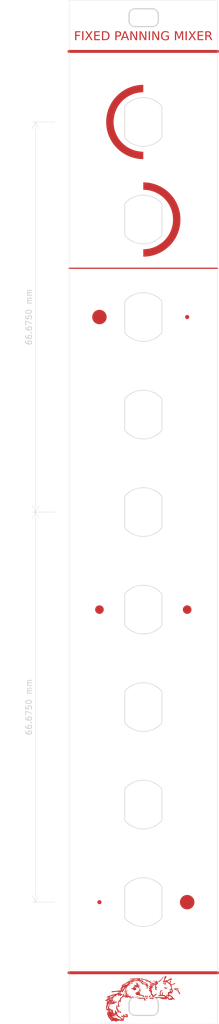
<source format=kicad_pcb>
(kicad_pcb (version 20240108) (generator "pcbnew") (generator_version "8.0")
  (layers (0 "F.Cu" signal) (31 "B.Cu" signal) (34 "B.Paste" user) (35 "F.Paste" user) (36 "B.SilkS" user "B.Silkscreen") (37 "F.SilkS" user "F.Silkscreen") (38 "B.Mask" user) (39 "F.Mask" user) (44 "Edge.Cuts" user))
  (net 0 "")
  (footprint "Library:BananaJackInputMountingHole" (layer "F.Cu") (at 127 151.60625)
    (property "Reference" "REF**" (hide yes))
    (property "Value" "BananaJackInputMountingHole" (hide yes))
    (fp_line (start -3.174999 2.501101) (end -3.174999 -2.5063) (stroke (width 0.1)) (layer "Edge.Cuts"))
    (fp_line (start 3.175001 -2.501301) (end 3.175001 2.5063) (stroke (width 0.1)) (layer "Edge.Cuts"))
    (fp_arc (start -3.174999 -2.5063) (mid -3.140023 -2.69) (end -3.039999 -2.848) (stroke (width 0.1)) (layer "Edge.Cuts"))
    (fp_arc (start -3.039999 -2.848) (mid 0.000001 -4.165658) (end 3.040001 -2.848) (stroke (width 0.1)) (layer "Edge.Cuts"))
    (fp_arc (start -3.039999 2.848) (mid -3.140967 2.687575) (end -3.174999 2.501101) (stroke (width 0.1)) (layer "Edge.Cuts"))
    (fp_arc (start 3.040001 -2.848) (mid 3.140988 -2.687686) (end 3.175001 -2.501301) (stroke (width 0.1)) (layer "Edge.Cuts"))
    (fp_arc (start 3.040001 2.848) (mid 0.000001 4.165658) (end -3.039999 2.848) (stroke (width 0.1)) (layer "Edge.Cuts"))
    (fp_arc (start 3.175001 2.5063) (mid 3.140031 2.690002) (end 3.040001 2.848) (stroke (width 0.1)) (layer "Edge.Cuts"))
  )
  (footprint "Library:BananaJackInputMountingHole" (layer "F.Cu") (at 127 84.93125)
    (property "Reference" "REF**" (hide yes))
    (property "Value" "BananaJackInputMountingHole" (hide yes))
    (fp_line (start -3.174999 2.501101) (end -3.174999 -2.5063) (stroke (width 0.1)) (layer "Edge.Cuts"))
    (fp_line (start 3.175001 -2.501301) (end 3.175001 2.5063) (stroke (width 0.1)) (layer "Edge.Cuts"))
    (fp_arc (start -3.174999 -2.5063) (mid -3.140023 -2.69) (end -3.039999 -2.848) (stroke (width 0.1)) (layer "Edge.Cuts"))
    (fp_arc (start -3.039999 -2.848) (mid 0.000001 -4.165658) (end 3.040001 -2.848) (stroke (width 0.1)) (layer "Edge.Cuts"))
    (fp_arc (start -3.039999 2.848) (mid -3.140967 2.687575) (end -3.174999 2.501101) (stroke (width 0.1)) (layer "Edge.Cuts"))
    (fp_arc (start 3.040001 -2.848) (mid 3.140988 -2.687686) (end 3.175001 -2.501301) (stroke (width 0.1)) (layer "Edge.Cuts"))
    (fp_arc (start 3.040001 2.848) (mid 0.000001 4.165658) (end -3.039999 2.848) (stroke (width 0.1)) (layer "Edge.Cuts"))
    (fp_arc (start 3.175001 2.5063) (mid 3.140031 2.690002) (end 3.040001 2.848) (stroke (width 0.1)) (layer "Edge.Cuts"))
  )
  (footprint "Library:BananaJackInputMountingHole" (layer "F.Cu") (at 127 68.2625)
    (property "Reference" "REF**" (hide yes))
    (property "Value" "BananaJackInputMountingHole" (hide yes))
    (fp_line (start -3.174999 2.501101) (end -3.174999 -2.5063) (stroke (width 0.1)) (layer "Edge.Cuts"))
    (fp_line (start 3.175001 -2.501301) (end 3.175001 2.5063) (stroke (width 0.1)) (layer "Edge.Cuts"))
    (fp_arc (start -3.174999 -2.5063) (mid -3.140023 -2.69) (end -3.039999 -2.848) (stroke (width 0.1)) (layer "Edge.Cuts"))
    (fp_arc (start -3.039999 -2.848) (mid 0.000001 -4.165658) (end 3.040001 -2.848) (stroke (width 0.1)) (layer "Edge.Cuts"))
    (fp_arc (start -3.039999 2.848) (mid -3.140967 2.687575) (end -3.174999 2.501101) (stroke (width 0.1)) (layer "Edge.Cuts"))
    (fp_arc (start 3.040001 -2.848) (mid 3.140988 -2.687686) (end 3.175001 -2.501301) (stroke (width 0.1)) (layer "Edge.Cuts"))
    (fp_arc (start 3.040001 2.848) (mid 0.000001 4.165658) (end -3.039999 2.848) (stroke (width 0.1)) (layer "Edge.Cuts"))
    (fp_arc (start 3.175001 2.5063) (mid 3.140031 2.690002) (end 3.040001 2.848) (stroke (width 0.1)) (layer "Edge.Cuts"))
  )
  (footprint "Library:BananaJackInputMountingHole" (layer "F.Cu") (at 127 168.275)
    (property "Reference" "REF**" (hide yes))
    (property "Value" "BananaJackInputMountingHole" (hide yes))
    (fp_line (start -3.174999 2.501101) (end -3.174999 -2.5063) (stroke (width 0.1)) (layer "Edge.Cuts"))
    (fp_line (start 3.175001 -2.501301) (end 3.175001 2.5063) (stroke (width 0.1)) (layer "Edge.Cuts"))
    (fp_arc (start -3.174999 -2.5063) (mid -3.140023 -2.69) (end -3.039999 -2.848) (stroke (width 0.1)) (layer "Edge.Cuts"))
    (fp_arc (start -3.039999 -2.848) (mid 0.000001 -4.165658) (end 3.040001 -2.848) (stroke (width 0.1)) (layer "Edge.Cuts"))
    (fp_arc (start -3.039999 2.848) (mid -3.140967 2.687575) (end -3.174999 2.501101) (stroke (width 0.1)) (layer "Edge.Cuts"))
    (fp_arc (start 3.040001 -2.848) (mid 3.140988 -2.687686) (end 3.175001 -2.501301) (stroke (width 0.1)) (layer "Edge.Cuts"))
    (fp_arc (start 3.040001 2.848) (mid 0.000001 4.165658) (end -3.039999 2.848) (stroke (width 0.1)) (layer "Edge.Cuts"))
    (fp_arc (start 3.175001 2.5063) (mid 3.140031 2.690002) (end 3.040001 2.848) (stroke (width 0.1)) (layer "Edge.Cuts"))
  )
  (footprint "Library:4UMountingHole" (layer "F.Cu") (at 127 186.1)
    (property "Reference" "REF**" (hide yes))
    (property "Value" "4UMountingHole" (hide yes))
    (fp_line (start -2.4375 0.525) (end -2.4375 -0.525) (stroke (width 0.2)) (layer "Edge.Cuts"))
    (fp_line (start -1.4375 -1.525) (end 1.5625 -1.525) (stroke (width 0.2)) (layer "Edge.Cuts"))
    (fp_line (start 1.5625 1.525) (end -1.4375 1.525) (stroke (width 0.2)) (layer "Edge.Cuts"))
    (fp_line (start 2.5625 -0.525) (end 2.5625 0.525) (stroke (width 0.2)) (layer "Edge.Cuts"))
    (fp_arc (start -2.4375 -0.525) (mid -2.144607 -1.232107) (end -1.4375 -1.525) (stroke (width 0.2)) (layer "Edge.Cuts"))
    (fp_arc (start -1.4375 1.525) (mid -2.144607 1.232107) (end -2.4375 0.525) (stroke (width 0.2)) (layer "Edge.Cuts"))
    (fp_arc (start 1.5625 -1.525) (mid 2.269607 -1.232107) (end 2.5625 -0.525) (stroke (width 0.2)) (layer "Edge.Cuts"))
    (fp_arc (start 2.5625 0.525) (mid 2.269607 1.232107) (end 1.5625 1.525) (stroke (width 0.2)) (layer "Edge.Cuts"))
  )
  (footprint "Library:4UMountingHole" (layer "F.Cu") (at 127 17.1)
    (property "Reference" "REF**" (hide yes))
    (property "Value" "4UMountingHole" (hide yes))
    (fp_line (start -2.4375 0.525) (end -2.4375 -0.525) (stroke (width 0.2)) (layer "Edge.Cuts"))
    (fp_line (start -1.4375 -1.525) (end 1.5625 -1.525) (stroke (width 0.2)) (layer "Edge.Cuts"))
    (fp_line (start 1.5625 1.525) (end -1.4375 1.525) (stroke (width 0.2)) (layer "Edge.Cuts"))
    (fp_line (start 2.5625 -0.525) (end 2.5625 0.525) (stroke (width 0.2)) (layer "Edge.Cuts"))
    (fp_arc (start -2.4375 -0.525) (mid -2.144607 -1.232107) (end -1.4375 -1.525) (stroke (width 0.2)) (layer "Edge.Cuts"))
    (fp_arc (start -1.4375 1.525) (mid -2.144607 1.232107) (end -2.4375 0.525) (stroke (width 0.2)) (layer "Edge.Cuts"))
    (fp_arc (start 1.5625 -1.525) (mid 2.269607 -1.232107) (end 2.5625 -0.525) (stroke (width 0.2)) (layer "Edge.Cuts"))
    (fp_arc (start 2.5625 0.525) (mid 2.269607 1.232107) (end 1.5625 1.525) (stroke (width 0.2)) (layer "Edge.Cuts"))
  )
  (footprint "Library:BananaJackInputMountingHole" (layer "F.Cu") (at 127 118.26875)
    (property "Reference" "REF**" (hide yes))
    (property "Value" "BananaJackInputMountingHole" (hide yes))
    (fp_line (start -3.174999 2.501101) (end -3.174999 -2.5063) (stroke (width 0.1)) (layer "Edge.Cuts"))
    (fp_line (start 3.175001 -2.501301) (end 3.175001 2.5063) (stroke (width 0.1)) (layer "Edge.Cuts"))
    (fp_arc (start -3.174999 -2.5063) (mid -3.140023 -2.69) (end -3.039999 -2.848) (stroke (width 0.1)) (layer "Edge.Cuts"))
    (fp_arc (start -3.039999 -2.848) (mid 0.000001 -4.165658) (end 3.040001 -2.848) (stroke (width 0.1)) (layer "Edge.Cuts"))
    (fp_arc (start -3.039999 2.848) (mid -3.140967 2.687575) (end -3.174999 2.501101) (stroke (width 0.1)) (layer "Edge.Cuts"))
    (fp_arc (start 3.040001 -2.848) (mid 3.140988 -2.687686) (end 3.175001 -2.501301) (stroke (width 0.1)) (layer "Edge.Cuts"))
    (fp_arc (start 3.040001 2.848) (mid 0.000001 4.165658) (end -3.039999 2.848) (stroke (width 0.1)) (layer "Edge.Cuts"))
    (fp_arc (start 3.175001 2.5063) (mid 3.140031 2.690002) (end 3.040001 2.848) (stroke (width 0.1)) (layer "Edge.Cuts"))
  )
  (footprint "Library:BananaJackInputMountingHole" (layer "F.Cu") (at 127 134.9375)
    (property "Reference" "REF**" (hide yes))
    (property "Value" "BananaJackInputMountingHole" (hide yes))
    (fp_line (start -3.174999 2.501101) (end -3.174999 -2.5063) (stroke (width 0.1)) (layer "Edge.Cuts"))
    (fp_line (start 3.175001 -2.501301) (end 3.175001 2.5063) (stroke (width 0.1)) (layer "Edge.Cuts"))
    (fp_arc (start -3.174999 -2.5063) (mid -3.140023 -2.69) (end -3.039999 -2.848) (stroke (width 0.1)) (layer "Edge.Cuts"))
    (fp_arc (start -3.039999 -2.848) (mid 0.000001 -4.165658) (end 3.040001 -2.848) (stroke (width 0.1)) (layer "Edge.Cuts"))
    (fp_arc (start -3.039999 2.848) (mid -3.140967 2.687575) (end -3.174999 2.501101) (stroke (width 0.1)) (layer "Edge.Cuts"))
    (fp_arc (start 3.040001 -2.848) (mid 3.140988 -2.687686) (end 3.175001 -2.501301) (stroke (width 0.1)) (layer "Edge.Cuts"))
    (fp_arc (start 3.040001 2.848) (mid 0.000001 4.165658) (end -3.039999 2.848) (stroke (width 0.1)) (layer "Edge.Cuts"))
    (fp_arc (start 3.175001 2.5063) (mid 3.140031 2.690002) (end 3.040001 2.848) (stroke (width 0.1)) (layer "Edge.Cuts"))
  )
  (footprint "Library:BananaJackInputMountingHole" (layer "F.Cu") (at 127 101.6)
    (property "Reference" "REF**" (hide yes))
    (property "Value" "BananaJackInputMountingHole" (hide yes))
    (fp_line (start -3.174999 2.501101) (end -3.174999 -2.5063) (stroke (width 0.1)) (layer "Edge.Cuts"))
    (fp_line (start 3.175001 -2.501301) (end 3.175001 2.5063) (stroke (width 0.1)) (layer "Edge.Cuts"))
    (fp_arc (start -3.174999 -2.5063) (mid -3.140023 -2.69) (end -3.039999 -2.848) (stroke (width 0.1)) (layer "Edge.Cuts"))
    (fp_arc (start -3.039999 -2.848) (mid 0.000001 -4.165658) (end 3.040001 -2.848) (stroke (width 0.1)) (layer "Edge.Cuts"))
    (fp_arc (start -3.039999 2.848) (mid -3.140967 2.687575) (end -3.174999 2.501101) (stroke (width 0.1)) (layer "Edge.Cuts"))
    (fp_arc (start 3.040001 -2.848) (mid 3.140988 -2.687686) (end 3.175001 -2.501301) (stroke (width 0.1)) (layer "Edge.Cuts"))
    (fp_arc (start 3.040001 2.848) (mid 0.000001 4.165658) (end -3.039999 2.848) (stroke (width 0.1)) (layer "Edge.Cuts"))
    (fp_arc (start 3.175001 2.5063) (mid 3.140031 2.690002) (end 3.040001 2.848) (stroke (width 0.1)) (layer "Edge.Cuts"))
  )
  (footprint "Library:BananaJackInputMountingHole" (layer "F.Cu") (at 127 51.59375)
    (property "Reference" "REF**" (hide yes))
    (property "Value" "BananaJackInputMountingHole" (hide yes))
    (fp_line (start -3.174999 2.501101) (end -3.174999 -2.5063) (stroke (width 0.1)) (layer "Edge.Cuts"))
    (fp_line (start 3.175001 -2.501301) (end 3.175001 2.5063) (stroke (width 0.1)) (layer "Edge.Cuts"))
    (fp_arc (start -3.174999 -2.5063) (mid -3.140023 -2.69) (end -3.039999 -2.848) (stroke (width 0.1)) (layer "Edge.Cuts"))
    (fp_arc (start -3.039999 -2.848) (mid 0.000001 -4.165658) (end 3.040001 -2.848) (stroke (width 0.1)) (layer "Edge.Cuts"))
    (fp_arc (start -3.039999 2.848) (mid -3.140967 2.687575) (end -3.174999 2.501101) (stroke (width 0.1)) (layer "Edge.Cuts"))
    (fp_arc (start 3.040001 -2.848) (mid 3.140968 -2.687681) (end 3.175001 -2.501301) (stroke (width 0.1)) (layer "Edge.Cuts"))
    (fp_arc (start 3.040001 2.848) (mid 0.000001 4.165658) (end -3.039999 2.848) (stroke (width 0.1)) (layer "Edge.Cuts"))
    (fp_arc (start 3.175001 2.5063) (mid 3.140031 2.690002) (end 3.040001 2.848) (stroke (width 0.1)) (layer "Edge.Cuts"))
  )
  (footprint "Library:BananaJackInputMountingHole" (layer "F.Cu") (at 127 34.925)
    (property "Reference" "REF**" (hide yes))
    (property "Value" "BananaJackInputMountingHole" (hide yes))
    (fp_line (start -3.174999 2.501101) (end -3.174999 -2.5063) (stroke (width 0.1)) (layer "Edge.Cuts"))
    (fp_line (start 3.175001 -2.501301) (end 3.175001 2.5063) (stroke (width 0.1)) (layer "Edge.Cuts"))
    (fp_arc (start -3.174999 -2.5063) (mid -3.140023 -2.69) (end -3.039999 -2.848) (stroke (width 0.1)) (layer "Edge.Cuts"))
    (fp_arc (start -3.039999 -2.848) (mid 0.000001 -4.165658) (end 3.040001 -2.848) (stroke (width 0.1)) (layer "Edge.Cuts"))
    (fp_arc (start -3.039999 2.848) (mid -3.140967 2.687575) (end -3.174999 2.501101) (stroke (width 0.1)) (layer "Edge.Cuts"))
    (fp_arc (start 3.040001 -2.848) (mid 3.140968 -2.687681) (end 3.175001 -2.501301) (stroke (width 0.1)) (layer "Edge.Cuts"))
    (fp_arc (start 3.040001 2.848) (mid 0.000001 4.165658) (end -3.039999 2.848) (stroke (width 0.1)) (layer "Edge.Cuts"))
    (fp_arc (start 3.175001 2.5063) (mid 3.140031 2.690002) (end 3.040001 2.848) (stroke (width 0.1)) (layer "Edge.Cuts"))
  )
  (gr_poly (pts (xy 124.037986 187.41595) (xy 124.151397 187.432941) (xy 124.252821 187.453167) (xy 124.354244 187.473395) (xy 124.354244 187.505603) (xy 124.298489 187.613421) (xy 124.354244 187.783882) (xy 124.354244 187.887586) (xy 124.327528 187.909759) (xy 124.300812 187.93193) (xy 124.182007 187.940375) (xy 124.063202 187.94882) (xy 123.949918 187.902723) (xy 123.836634 187.856627) (xy 123.807439 187.856627) (xy 123.807439 187.997739) (xy 123.741293 187.995094) (xy 123.675147 187.992449) (xy 123.622231 187.98544) (xy 123.569314 187.978425) (xy 123.442848 187.917687) (xy 123.316383 187.85695) (xy 123.26205 187.791034) (xy 123.207717 187.72512) (xy 123.207717 187.697123) (xy 123.253121 187.676436) (xy 123.298525 187.655748) (xy 123.332257 187.676814) (xy 123.365988 187.69788) (xy 123.430873 187.69788) (xy 123.4723 187.741977) (xy 123.513728 187.786074) (xy 123.560495 187.786074) (xy 123.560495 187.821351) (xy 123.63105 187.821351) (xy 123.63105 187.784668) (xy 123.595773 187.715518) (xy 123.560495 187.646367) (xy 123.560495 187.554448) (xy 123.597014 187.486213) (xy 123.701606 187.486213) (xy 123.701606 187.556547) (xy 123.774808 187.609574) (xy 123.84801 187.662601) (xy 123.893881 187.662601) (xy 123.907986 187.6848) (xy 123.922092 187.706997) (xy 124.010286 187.737803) (xy 124.098481 187.768609) (xy 124.138168 187.768509) (xy 124.177856 187.768409) (xy 124.177295 187.746361) (xy 124.176734 187.724312) (xy 124.153302 187.693445) (xy 124.12987 187.662602) (xy 124.093435 187.662602) (xy 124.084119 187.638324) (xy 124.074803 187.614045) (xy 124.024905 187.620051) (xy 123.975008 187.626057) (xy 124.005877 187.616578) (xy 124.036744 187.607099) (xy 124.036744 187.572423) (xy 123.957369 187.537312) (xy 123.877994 187.502201) (xy 123.877994 187.437616) (xy 123.901284 187.418287) (xy 123.924574 187.398958)) (stroke (width -0.000001)) (fill solid) (layer "F.Cu"))
  (gr_poly (pts (xy 132.616218 183.189986) (xy 132.75157 183.232945) (xy 132.84287 183.289122) (xy 132.934171 183.3453) (xy 133.000694 183.400504) (xy 133.067217 183.455708) (xy 133.067517 183.489849) (xy 133.067817 183.523991) (xy 133.136916 183.597543) (xy 133.227097 183.779662) (xy 133.317277 183.96178) (xy 133.310947 183.96811) (xy 133.304617 183.97444) (xy 133.232501 183.985972) (xy 133.160384 183.997504) (xy 133.128947 183.915107) (xy 133.097472 183.832692) (xy 133.047386 183.769666) (xy 132.9973 183.70664) (xy 132.9973 183.663018) (xy 132.952247 183.582409) (xy 132.907194 183.5018) (xy 132.842949 183.445393) (xy 132.778704 183.388985) (xy 132.687367 183.348592) (xy 132.59603 183.308199) (xy 132.501213 183.287945) (xy 132.406396 183.267691) (xy 132.33584 183.259512) (xy 132.265284 183.251332) (xy 132.225597 183.24295) (xy 132.185909 183.234568) (xy 132.185909 183.168799) (xy 132.225597 183.158164) (xy 132.265284 183.147528) (xy 132.373074 183.147278) (xy 132.480865 183.147028)) (stroke (width -0.000001)) (fill solid) (layer "F.Cu"))
  (gr_poly (pts (xy 130.968845 180.998273) (xy 130.968845 181.082091) (xy 130.929157 181.10299) (xy 130.88947 181.12389) (xy 130.877398 181.142468) (xy 130.865325 181.161045) (xy 130.875152 181.210177) (xy 130.884978 181.259308) (xy 130.855198 181.304759) (xy 130.825417 181.350209) (xy 130.773659 181.338841) (xy 130.721901 181.327473) (xy 130.721901 181.437222) (xy 130.685529 181.545191) (xy 130.649156 181.65316) (xy 130.669714 181.665866) (xy 130.690273 181.678571) (xy 130.781052 181.689415) (xy 130.871832 181.700258) (xy 130.927531 181.634329) (xy 130.98323 181.5684) (xy 131.025681 181.608087) (xy 131.068132 181.647775) (xy 131.118774 181.647645) (xy 131.180511 181.610746) (xy 131.242247 181.573847) (xy 131.280946 181.533273) (xy 131.319643 181.4927) (xy 131.404417 181.461415) (xy 131.489191 181.430131) (xy 131.520673 181.403372) (xy 131.552156 181.376613) (xy 131.573756 181.331396) (xy 131.595355 181.286179) (xy 131.634088 181.280646) (xy 131.672822 181.275113) (xy 131.703989 181.311514) (xy 131.735157 181.347915) (xy 131.84294 181.347915) (xy 131.882142 181.375373) (xy 131.921345 181.402832) (xy 131.921345 181.473187) (xy 131.864019 181.497067) (xy 131.806693 181.520946) (xy 131.718498 181.533669) (xy 131.630304 181.546393) (xy 131.612665 181.559581) (xy 131.595026 181.57277) (xy 131.512555 181.584699) (xy 131.430084 181.596627) (xy 131.368968 181.64425) (xy 131.307853 181.691873) (xy 131.226543 181.739946) (xy 131.145234 181.788018) (xy 131.145234 181.835012) (xy 131.2202 181.890783) (xy 131.295165 181.946553) (xy 131.339809 181.982933) (xy 131.384453 182.019313) (xy 131.434296 182.023162) (xy 131.48414 182.027012) (xy 131.517284 181.982914) (xy 131.55043 181.938817) (xy 131.556775 181.815345) (xy 131.56312 181.691873) (xy 131.57646 181.697166) (xy 131.589799 181.702459) (xy 131.618871 181.644249) (xy 131.647942 181.586039) (xy 131.689735 181.580127) (xy 131.731528 181.574215) (xy 131.720042 181.641863) (xy 131.708556 181.709512) (xy 131.675893 181.938817) (xy 131.658276 182.018192) (xy 131.640659 182.097567) (xy 131.63912 182.17684) (xy 131.769135 182.320752) (xy 131.83201 182.309719) (xy 131.894885 182.298686) (xy 131.974259 182.275191) (xy 132.053634 182.251696) (xy 132.12821 182.231367) (xy 132.202786 182.211038) (xy 132.283623 182.141073) (xy 132.36446 182.071109) (xy 132.394708 182.071109) (xy 132.422608 182.081816) (xy 132.450509 182.092522) (xy 132.450109 182.150485) (xy 132.379527 182.224284) (xy 132.308946 182.298083) (xy 132.071253 182.367899) (xy 131.998651 182.387074) (xy 131.926049 182.406249) (xy 131.836833 182.406249) (xy 131.829015 182.472395) (xy 131.821198 182.53854) (xy 131.794264 182.599786) (xy 131.838757 182.616701) (xy 131.883249 182.633617) (xy 131.87328 182.674273) (xy 131.863311 182.714928) (xy 131.846059 182.736977) (xy 131.828809 182.759026) (xy 131.791281 182.759586) (xy 131.753754 182.760146) (xy 131.787991 182.786042) (xy 131.822229 182.811938) (xy 131.833499 182.793703) (xy 131.844769 182.775468) (xy 131.872401 182.786071) (xy 131.900034 182.796675) (xy 131.914138 182.879273) (xy 131.928243 182.961871) (xy 131.924143 183.014787) (xy 131.920042 183.067704) (xy 131.95596 183.137579) (xy 131.991878 183.207455) (xy 131.991878 183.24906) (xy 132.026769 183.325951) (xy 132.061659 183.402843) (xy 132.062059 183.466357) (xy 132.062459 183.52987) (xy 132.044316 183.581913) (xy 132.026173 183.633957) (xy 131.972058 183.665924) (xy 131.917943 183.69789) (xy 131.929916 183.777734) (xy 131.941889 183.857579) (xy 131.918389 183.872476) (xy 131.894889 183.887373) (xy 131.760912 183.887873) (xy 131.720493 183.844261) (xy 131.680074 183.800648) (xy 131.629842 183.85308) (xy 131.579608 183.905513) (xy 131.414139 183.905513) (xy 131.396377 183.927561) (xy 131.378616 183.94961) (xy 131.366354 184.006951) (xy 131.354093 184.064291) (xy 131.378698 184.073733) (xy 131.403303 184.083175) (xy 131.446249 184.066806) (xy 131.489195 184.050438) (xy 131.555341 184.087056) (xy 131.621486 184.123675) (xy 131.621486 184.187744) (xy 131.711112 184.236247) (xy 131.800739 184.284748) (xy 131.862591 184.332559) (xy 131.924443 184.380368) (xy 131.956375 184.390503) (xy 131.988307 184.400637) (xy 132.027404 184.496964) (xy 132.066501 184.593292) (xy 132.139446 184.665076) (xy 132.21239 184.73686) (xy 132.287909 184.781798) (xy 132.363428 184.826735) (xy 132.340364 184.902109) (xy 132.322724 184.924157) (xy 132.305084 184.946205) (xy 132.241551 184.946205) (xy 132.160671 184.884469) (xy 132.079793 184.822733) (xy 132.066704 184.822733) (xy 131.964484 184.902107) (xy 131.862266 184.981482) (xy 131.763925 184.978497) (xy 131.665585 184.975513) (xy 131.524452 184.964993) (xy 131.383341 184.954465) (xy 131.198767 184.857746) (xy 131.168464 184.811497) (xy 131.138161 184.765248) (xy 131.128459 184.69381) (xy 131.118758 184.622373) (xy 131.067353 184.608654) (xy 131.015948 184.594936) (xy 131.00208 184.603507) (xy 130.988211 184.612077) (xy 131.032612 184.677505) (xy 131.077013 184.742933) (xy 131.000871 184.809897) (xy 130.924731 184.876862) (xy 130.845356 184.866044) (xy 130.765981 184.855226) (xy 130.695425 184.859451) (xy 130.62487 184.863677) (xy 130.580772 184.861552) (xy 130.536675 184.859427) (xy 130.461147 184.847994) (xy 130.385618 184.836561) (xy 130.331731 184.858882) (xy 130.277844 184.881203) (xy 130.23969 184.836203) (xy 130.201536 184.791204) (xy 130.028922 184.769802) (xy 129.953996 184.720173) (xy 129.87907 184.670544) (xy 129.778624 184.646447) (xy 129.678178 184.62235) (xy 129.516523 184.654082) (xy 129.354868 184.685813) (xy 129.150272 184.679267) (xy 128.945677 184.672721) (xy 128.91733 184.649196) (xy 128.888984 184.62567) (xy 128.870572 184.637049) (xy 128.852161 184.648429) (xy 128.852161 184.714382) (xy 128.796724 184.769819) (xy 128.712653 184.769819) (xy 128.624458 184.858013) (xy 128.487142 184.858013) (xy 128.446466 184.822736) (xy 128.405791 184.787457) (xy 128.378602 184.787457) (xy 128.291972 184.807454) (xy 128.205344 184.827451) (xy 128.153925 184.802838) (xy 128.102508 184.778224) (xy 128.082658 184.716695) (xy 128.062808 184.655166) (xy 128.020922 184.649066) (xy 127.979036 184.642967) (xy 127.956987 184.624858) (xy 127.934939 184.60675) (xy 127.934939 184.488311) (xy 127.962386 184.419713) (xy 127.989834 184.351115) (xy 128.168993 184.205375) (xy 128.23921 184.205375) (xy 128.217339 184.314726) (xy 128.162207 184.384336) (xy 128.107075 184.453946) (xy 128.125531 184.472402) (xy 128.16019 184.450757) (xy 128.194849 184.429112) (xy 128.252438 184.451211) (xy 128.252438 184.679542) (xy 128.268093 184.689217) (xy 128.283748 184.698892) (xy 128.366471 184.602063) (xy 128.449194 184.505235) (xy 128.496863 184.505235) (xy 128.5523 184.560671) (xy 128.5523 184.681624) (xy 128.600038 184.681624) (xy 128.591142 184.589019) (xy 128.582246 184.496415) (xy 128.560416 184.478776) (xy 128.538587 184.461137) (xy 128.492129 184.219071) (xy 128.44725 184.190581) (xy 128.402371 184.162091) (xy 128.376452 184.125998) (xy 128.376202 184.087571) (xy 128.375951 184.049143) (xy 128.352279 184.02547) (xy 128.328606 184.001798) (xy 128.308182 183.963634) (xy 128.287757 183.92547) (xy 128.287257 183.843776) (xy 128.258378 183.764401) (xy 128.229499 183.685026) (xy 128.218947 183.615008) (xy 128.208395 183.54499) (xy 128.10034 183.499922) (xy 127.992285 183.454853) (xy 127.964627 183.431898) (xy 127.936969 183.408944) (xy 127.956144 183.36686) (xy 127.975319 183.324775) (xy 128.04335 183.279754) (xy 128.111381 183.234733) (xy 128.111381 183.206699) (xy 128.089333 183.179501) (xy 128.067284 183.152303) (xy 128.001138 183.103481) (xy 127.934992 183.054658) (xy 127.934992 182.977235) (xy 127.996294 182.953182) (xy 128.057596 182.929129) (xy 128.114151 182.870779) (xy 128.170706 182.812429) (xy 128.16024 182.801963) (xy 128.149775 182.791497) (xy 128.104848 182.786567) (xy 128.059921 182.781637) (xy 128.014015 182.751558) (xy 127.96811 182.72148) (xy 127.9736 182.682907) (xy 127.978066 182.651529) (xy 128.144208 182.651529) (xy 128.202732 182.668391) (xy 128.261257 182.685254) (xy 128.278896 182.686574) (xy 128.296535 182.687894) (xy 128.322846 182.67126) (xy 128.349157 182.654626) (xy 128.329984 182.635453) (xy 128.310812 182.616281) (xy 128.235015 182.612671) (xy 128.159219 182.609061) (xy 128.151714 182.630295) (xy 128.144208 182.651529) (xy 127.978066 182.651529) (xy 127.97909 182.644334) (xy 128.040827 182.624422) (xy 128.102563 182.604509) (xy 128.11148 182.553866) (xy 128.120396 182.503223) (xy 128.215096 182.497815) (xy 128.309796 182.492408) (xy 128.422442 182.537503) (xy 128.535088 182.582598) (xy 128.620391 182.582598) (xy 128.649048 182.611256) (xy 128.677705 182.639912) (xy 128.672356 182.677401) (xy 128.667008 182.71489) (xy 128.574403 182.720221) (xy 128.481799 182.725553) (xy 128.481799 182.775027) (xy 128.547945 182.786091) (xy 128.614091 182.797154) (xy 128.658188 182.810408) (xy 128.702285 182.823663) (xy 128.702285 182.908918) (xy 128.584943 182.914094) (xy 128.4676 182.91927) (xy 128.457004 182.961488) (xy 128.446408 183.003705) (xy 128.389282 183.009228) (xy 128.332157 183.014751) (xy 128.326555 183.044346) (xy 128.320953 183.073941) (xy 128.368729 183.079624) (xy 128.416505 183.085306) (xy 128.435085 183.114988) (xy 128.453664 183.144669) (xy 128.411636 183.234399) (xy 128.369609 183.324129) (xy 128.388941 183.343462) (xy 128.408273 183.362794) (xy 128.449446 183.383523) (xy 128.490619 183.404252) (xy 128.488348 183.526279) (xy 128.458379 183.663376) (xy 128.428409 183.800473) (xy 128.494377 183.896695) (xy 128.522787 183.940792) (xy 128.551196 183.98489) (xy 128.60469 184.060479) (xy 128.658184 184.136069) (xy 128.658184 184.258292) (xy 128.676208 184.258292) (xy 128.755783 184.220887) (xy 128.835359 184.183483) (xy 128.865834 184.145108) (xy 128.896309 184.106734) (xy 129.002139 184.028173) (xy 129.107969 183.949612) (xy 129.158505 183.927563) (xy 129.209039 183.905515) (xy 129.257233 183.905515) (xy 129.267982 183.948339) (xy 129.27873 183.991163) (xy 129.267129 184.027714) (xy 129.255528 184.064264) (xy 129.206894 184.064264) (xy 129.055967 184.183327) (xy 128.905039 184.30239) (xy 128.915229 184.367206) (xy 128.925418 184.432021) (xy 128.889974 184.45099) (xy 128.85453 184.469959) (xy 128.78543 184.469959) (xy 128.774724 184.49786) (xy 128.764017 184.525761) (xy 128.764017 184.575792) (xy 128.852211 184.575792) (xy 128.852211 184.528362) (xy 129.103565 184.528712) (xy 129.354919 184.529062) (xy 129.473299 184.506481) (xy 129.591678 184.483901) (xy 129.868259 184.514576) (xy 130.14484 184.545252) (xy 130.261407 184.536601) (xy 130.377975 184.52795) (xy 130.501447 184.540281) (xy 130.624919 184.552612) (xy 130.653873 184.527942) (xy 130.682828 184.503272) (xy 130.674329 184.47077) (xy 130.66583 184.438267) (xy 130.618916 184.394657) (xy 130.572003 184.351045) (xy 130.430891 184.335556) (xy 130.28978 184.320067) (xy 129.601864 184.322557) (xy 129.580376 184.294853) (xy 129.558888 184.267148) (xy 129.558328 184.228501) (xy 129.557768 184.189855) (xy 129.579051 184.176702) (xy 129.600332 184.163549) (xy 129.713236 184.153612) (xy 129.82614 184.143675) (xy 129.83139 183.891726) (xy 129.836639 183.639777) (xy 129.897745 183.511106) (xy 129.95885 183.382436) (xy 130.121829 183.305827) (xy 130.203353 183.305827) (xy 130.224519 183.326994) (xy 130.245686 183.348161) (xy 130.245686 183.411153) (xy 130.165435 183.43136) (xy 130.085185 183.451568) (xy 130.042905 183.535002) (xy 130.000626 183.618436) (xy 129.980098 183.736314) (xy 129.95957 183.854192) (xy 129.966381 183.974721) (xy 129.973192 184.09525) (xy 129.994659 184.121115) (xy 130.016126 184.146981) (xy 130.082398 184.136222) (xy 130.148672 184.125464) (xy 130.160896 184.011097) (xy 130.173119 183.89673) (xy 130.20344 183.795095) (xy 130.23376 183.693461) (xy 130.25508 183.675767) (xy 130.276399 183.658073) (xy 130.315651 183.689858) (xy 130.354903 183.721642) (xy 130.333423 183.800367) (xy 130.311942 183.879091) (xy 130.309683 183.998782) (xy 130.307423 184.118473) (xy 130.331552 184.133401) (xy 130.355682 184.148328) (xy 130.503944 184.167467) (xy 130.652207 184.186605) (xy 130.709121 184.22692) (xy 130.766035 184.267235) (xy 130.801313 184.286524) (xy 130.836591 184.305812) (xy 130.85722 184.383493) (xy 130.877849 184.461174) (xy 130.879829 184.469994) (xy 130.881809 184.478813) (xy 130.906576 184.44612) (xy 130.931343 184.413427) (xy 130.90251 184.337591) (xy 130.936001 184.228495) (xy 130.969492 184.119399) (xy 131.005311 184.108031) (xy 131.04113 184.096662) (xy 131.066742 184.117919) (xy 131.092354 184.139174) (xy 131.092354 184.308946) (xy 131.07521 184.354039) (xy 131.058066 184.399131) (xy 131.068093 184.425263) (xy 131.07812 184.451395) (xy 131.138307 184.462686) (xy 131.198494 184.473977) (xy 131.242438 184.508543) (xy 131.286382 184.543109) (xy 131.286382 184.591062) (xy 131.341294 184.630163) (xy 131.396207 184.669264) (xy 131.420905 184.728378) (xy 131.445605 184.787492) (xy 131.586244 184.787492) (xy 131.586244 184.734057) (xy 131.643123 184.699466) (xy 131.700003 184.664876) (xy 131.793053 184.645558) (xy 131.886105 184.626241) (xy 131.886105 184.613603) (xy 131.816237 184.508414) (xy 131.746369 184.403226) (xy 131.665865 184.375795) (xy 131.585361 184.348364) (xy 131.520047 184.294528) (xy 131.454734 184.240691) (xy 131.39492 184.240691) (xy 131.421217 184.293405) (xy 131.447515 184.346121) (xy 131.441914 184.39483) (xy 131.436314 184.443538) (xy 131.389093 184.448995) (xy 131.341872 184.454453) (xy 131.256801 184.394753) (xy 131.17173 184.335054) (xy 131.166121 184.267967) (xy 131.160511 184.200879) (xy 131.1902 184.024078) (xy 131.219888 183.847277) (xy 131.209607 183.772269) (xy 131.199326 183.697261) (xy 131.220805 183.68015) (xy 131.242285 183.663039) (xy 131.304022 183.650449) (xy 131.365758 183.637858) (xy 131.50687 183.631478) (xy 131.515758 183.52598) (xy 131.524647 183.420481) (xy 131.538847 183.398432) (xy 131.553049 183.376384) (xy 131.623842 183.376384) (xy 131.656371 183.393793) (xy 131.688899 183.411202) (xy 131.700174 183.477938) (xy 131.711449 183.544675) (xy 131.725617 183.567599) (xy 131.739785 183.590523) (xy 131.808076 183.54418) (xy 131.876366 183.497836) (xy 131.888424 183.485778) (xy 131.868946 183.413442) (xy 131.849468 183.341106) (xy 131.723868 183.341106) (xy 131.723795 183.341074) (xy 131.899368 183.341074) (xy 131.921813 183.36812) (xy 131.94426 183.395165) (xy 131.962558 183.389066) (xy 131.980857 183.382967) (xy 131.98784 183.36202) (xy 131.994822 183.341074) (xy 131.899368 183.341074) (xy 131.723795 183.341074) (xy 131.668285 183.316303) (xy 131.612703 183.2915) (xy 131.564706 183.280817) (xy 131.516708 183.270134) (xy 131.497638 183.234502) (xy 131.478568 183.198869) (xy 131.577007 183.155335) (xy 131.675446 183.111801) (xy 131.740675 183.111801) (xy 131.761993 183.086115) (xy 131.78331 183.060429) (xy 131.760394 183.02335) (xy 131.754649 182.93538) (xy 131.797855 182.93538) (xy 131.870492 182.93538) (xy 131.859591 182.917741) (xy 131.848689 182.900102) (xy 131.797855 182.900102) (xy 131.797855 182.93538) (xy 131.754649 182.93538) (xy 131.752835 182.907598) (xy 131.745276 182.791845) (xy 131.692079 182.715896) (xy 131.692079 182.601514) (xy 131.656802 182.582634) (xy 131.621523 182.563754) (xy 131.621523 182.40921) (xy 131.555378 182.357363) (xy 131.489232 182.305516) (xy 131.447984 182.28387) (xy 131.406735 182.262223) (xy 131.268745 182.137557) (xy 131.268745 182.073842) (xy 131.209355 182.054242) (xy 131.149965 182.034641) (xy 131.081473 181.982809) (xy 131.012981 181.930977) (xy 130.983687 181.930486) (xy 130.954392 181.929996) (xy 130.883955 182.079927) (xy 130.871455 182.124024) (xy 130.858956 182.168121) (xy 130.774856 182.28042) (xy 130.774856 182.390927) (xy 130.756596 182.425045) (xy 130.738337 182.459163) (xy 130.671918 182.459163) (xy 130.666061 182.334128) (xy 130.660203 182.209092) (xy 130.683271 182.190011) (xy 130.706339 182.17093) (xy 130.732941 182.107789) (xy 130.759543 182.044649) (xy 130.774557 181.96532) (xy 130.789571 181.88599) (xy 130.771234 181.863896) (xy 130.752898 181.841802) (xy 130.633746 181.841802) (xy 130.633746 181.966381) (xy 130.611697 181.974828) (xy 130.589648 181.983276) (xy 130.601961 182.160619) (xy 130.591588 182.20195) (xy 130.581214 182.243281) (xy 130.542665 182.253362) (xy 130.504115 182.263442) (xy 130.476326 182.247883) (xy 130.448537 182.232324) (xy 130.448437 182.108372) (xy 130.448337 181.98442) (xy 130.492513 181.979257) (xy 130.53669 181.974093) (xy 130.53669 181.92406) (xy 130.448658 181.89616) (xy 130.360627 181.868259) (xy 130.35512 181.839257) (xy 130.349613 181.810256) (xy 130.403465 181.771911) (xy 130.457315 181.733566) (xy 130.457315 181.671562) (xy 130.501412 181.630134) (xy 130.545509 181.588707) (xy 130.545509 181.577185) (xy 130.560194 181.577185) (xy 130.61605 181.577185) (xy 130.616049 181.549257) (xy 130.616049 181.521329) (xy 130.595104 181.528311) (xy 130.574157 181.535293) (xy 130.567175 181.556239) (xy 130.560194 181.577185) (xy 130.545509 181.577185) (xy 130.545509 181.472191) (xy 130.589607 181.355035) (xy 130.633704 181.23788) (xy 130.633704 181.08627) (xy 130.611655 181.077373) (xy 130.589607 181.068477) (xy 130.648966 181.065692) (xy 130.659666 181.03198) (xy 130.670366 180.998269) (xy 130.730234 180.952606) (xy 130.790102 180.906943) (xy 130.860304 180.906943)) (stroke (width -0.000001)) (fill solid) (layer "F.Cu"))
  (gr_poly (pts (xy 127.697972 182.889539) (xy 127.793828 182.934924) (xy 127.793828 183.002162) (xy 127.765926 183.012868) (xy 127.738026 183.023574) (xy 127.726239 183.021344) (xy 127.714452 183.019114) (xy 127.643897 183.001623) (xy 127.573341 182.98413) (xy 127.550166 182.977515) (xy 127.526991 182.970901) (xy 127.532527 182.913597) (xy 127.538064 182.856294) (xy 127.570091 182.850224) (xy 127.602117 182.844154)) (stroke (width -0.000001)) (fill solid) (layer "F.Cu"))
  (gr_poly (pts (xy 123.123932 186.998934) (xy 123.207717 187.076689) (xy 123.207717 187.13143) (xy 123.168514 187.158888) (xy 123.129312 187.186347) (xy 123.102369 187.185252) (xy 123.075425 187.184157) (xy 123.017859 187.145569) (xy 122.960293 187.106977) (xy 122.945655 187.054061) (xy 122.931018 187.001144) (xy 122.943388 186.965865) (xy 122.955759 186.930588) (xy 122.997953 186.925883) (xy 123.040148 186.921178)) (stroke (width -0.000001)) (fill solid) (layer "F.Cu"))
  (gr_poly (pts (arc (start 127 57.94375) (mid 133.35 51.59375) (end 127 45.24375)) (arc (start 127 46.51375) (mid 132.08 51.59375) (end 127 56.67375))) (fill solid) (layer "F.Cu"))
  (gr_circle (center 119.5 118.26875) (end 120.135 118.26875) (stroke (width 0.2)) (fill solid) (layer "F.Cu"))
  (gr_poly (pts (xy 122.56091 186.078394) (xy 122.550252 186.277948) (xy 122.553177 186.345255) (xy 122.556101 186.412561) (xy 122.637975 186.542531) (xy 122.689131 186.65259) (xy 122.740287 186.76265) (xy 122.881398 186.763049) (xy 122.886257 186.833898) (xy 122.891117 186.904748) (xy 122.87367 186.937348) (xy 122.856224 186.969947) (xy 122.876995 187.024977) (xy 122.897766 187.080006) (xy 122.880763 187.09644) (xy 122.863759 187.112874) (xy 122.784384 187.121751) (xy 122.705009 187.130628) (xy 122.676249 187.122335) (xy 122.647489 187.114022) (xy 122.610103 187.016326) (xy 122.572717 186.91863) (xy 122.572717 186.851085) (xy 122.537439 186.785264) (xy 122.502161 186.719444) (xy 122.502161 186.676592) (xy 122.450307 186.599758) (xy 122.398452 186.522923) (xy 122.387363 186.435713) (xy 122.376273 186.348504) (xy 122.39406 186.164511) (xy 122.411848 185.980519) (xy 122.44552 185.935206) (xy 122.479192 185.889893) (xy 122.52538 185.884367) (xy 122.571568 185.878841)) (stroke (width -0.000001)) (fill solid) (layer "F.Cu"))
  (gr_poly (pts (xy 127.730814 184.269067) (xy 127.75855 184.27971) (xy 127.75855 184.386776) (xy 127.685806 184.501958) (xy 127.613062 184.61714) (xy 127.659348 184.650856) (xy 127.705634 184.684573) (xy 127.705634 184.768583) (xy 127.671516 184.786843) (xy 127.637397 184.805102) (xy 127.534002 184.805102) (xy 127.487525 184.768544) (xy 127.441049 184.731986) (xy 127.441049 184.613999) (xy 127.477344 184.529328) (xy 127.513638 184.444658) (xy 127.575555 184.369096) (xy 127.637473 184.293533) (xy 127.670275 184.275978) (xy 127.703078 184.258423)) (stroke (width -0.000001)) (fill solid) (layer "F.Cu"))
  (gr_circle (center 134.5 68.2625) (end 134.246 68.2625) (stroke (width 0.2)) (fill solid) (layer "F.Cu"))
  (gr_poly (pts (xy 130.809058 182.900395) (xy 130.85208 182.919997) (xy 130.895102 182.939599) (xy 130.935889 182.911031) (xy 130.976675 182.882463) (xy 131.087979 182.882463) (xy 131.109937 182.908921) (xy 131.131896 182.935379) (xy 131.111954 182.959408) (xy 131.092012 182.983436) (xy 131.002332 183.029963) (xy 130.912653 183.076491) (xy 130.865775 183.075801) (xy 130.818895 183.075111) (xy 130.76598 183.051491) (xy 130.713063 183.027871) (xy 130.66225 182.973844) (xy 130.611437 182.919817) (xy 130.609332 182.852633) (xy 130.607227 182.785449) (xy 130.671083 182.780111) (xy 130.734939 182.774773)) (stroke (width -0.000001)) (fill solid) (layer "F.Cu"))
  (gr_poly (pts (xy 126.491129 183.226422) (xy 126.502528 183.367533) (xy 126.514219 183.403334) (xy 126.525909 183.439135) (xy 126.507666 183.487119) (xy 126.489422 183.535102) (xy 126.466938 183.532703) (xy 126.444452 183.530303) (xy 126.404726 183.522649) (xy 126.365 183.515) (xy 126.348831 183.484787) (xy 126.332661 183.454574) (xy 126.322873 183.326563) (xy 126.313086 183.198552) (xy 126.376911 183.203667) (xy 126.440735 183.208783) (xy 126.448474 183.186734) (xy 126.456212 183.164685) (xy 126.327346 183.164685) (xy 126.332982 183.124998) (xy 126.338619 183.085311) (xy 126.47973 183.085311)) (stroke (width -0.000001)) (fill solid) (layer "F.Cu"))
  (gr_circle (center 119.5 68.2625) (end 118.364 68.2625) (stroke (width 0.2)) (fill solid) (layer "F.Cu"))
  (gr_circle (center 119.5 168.275) (end 119.754 168.275) (stroke (width 0.2)) (fill solid) (layer "F.Cu"))
  (gr_poly (pts (xy 126.61747 181.277582) (xy 126.656116 181.277837) (xy 126.729231 181.303314) (xy 126.802345 181.328791) (xy 126.868393 181.373613) (xy 126.934441 181.418435) (xy 127.135523 181.418435) (xy 127.157204 181.466022) (xy 127.178886 181.513609) (xy 127.192269 181.491956) (xy 127.205651 181.470303) (xy 127.380675 181.490407) (xy 127.555699 181.510512) (xy 127.572456 181.52621) (xy 127.589213 181.541907) (xy 127.638178 181.541907) (xy 127.780232 181.604365) (xy 127.922286 181.666822) (xy 128.012395 181.686015) (xy 128.102504 181.705209) (xy 128.137296 181.729392) (xy 128.172089 181.753574) (xy 128.552296 181.753574) (xy 128.552296 181.788852) (xy 128.530248 181.791397) (xy 128.508199 181.793943) (xy 128.338406 181.789544) (xy 128.168614 181.785144) (xy 128.149422 181.816198) (xy 128.27975 182.005533) (xy 128.376336 182.032595) (xy 128.472922 182.059658) (xy 128.609317 182.053938) (xy 128.708689 182.0871) (xy 128.808061 182.120263) (xy 129.116896 182.267535) (xy 129.188695 182.256282) (xy 129.18766 182.238644) (xy 129.186624 182.221005) (xy 129.143119 182.20937) (xy 129.099613 182.197735) (xy 129.098911 182.197133) (xy 129.240256 182.197133) (xy 129.301587 182.185322) (xy 129.307813 182.152783) (xy 129.314079 182.120244) (xy 129.294052 182.100217) (xy 129.274025 182.080189) (xy 129.240756 182.132811) (xy 129.240506 182.164972) (xy 129.240256 182.197133) (xy 129.098911 182.197133) (xy 128.950561 182.07015) (xy 128.92872 182.078532) (xy 128.906879 182.086913) (xy 128.895088 182.049762) (xy 128.883297 182.012611) (xy 128.925053 181.980616) (xy 128.96681 181.948622) (xy 129.037366 181.924256) (xy 129.107922 181.899891) (xy 129.1432 181.913687) (xy 129.178478 181.927484) (xy 129.200526 181.928724) (xy 129.222575 181.929963) (xy 129.222575 181.882515) (xy 129.187954 181.851183) (xy 129.153333 181.819852) (xy 129.094631 181.842378) (xy 129.072263 181.823813) (xy 129.049893 181.805248) (xy 128.922327 181.831846) (xy 128.794762 181.858444) (xy 128.717047 181.797314) (xy 128.724337 181.775444) (xy 128.731627 181.753575) (xy 128.652252 181.753575) (xy 128.659602 181.746964) (xy 128.666951 181.740353) (xy 128.772784 181.729544) (xy 128.878617 181.718734) (xy 128.83893 181.73885) (xy 128.799242 181.758967) (xy 128.799242 181.791656) (xy 128.853588 181.77972) (xy 128.907934 181.767784) (xy 129.007929 181.751308) (xy 129.107923 181.734833) (xy 129.138444 181.734263) (xy 129.168964 181.733692) (xy 129.179132 181.71724) (xy 129.1893 181.700788) (xy 129.24034 181.727182) (xy 129.291379 181.753576) (xy 129.34692 181.753576) (xy 129.377276 181.83295) (xy 129.415247 181.867157) (xy 129.453217 181.901364) (xy 129.430918 182.00289) (xy 129.484428 182.062256) (xy 129.511995 182.141631) (xy 129.539562 182.221006) (xy 129.540063 182.26824) (xy 129.467505 182.258091) (xy 129.394946 182.247942) (xy 129.333727 182.31385) (xy 129.272508 182.379757) (xy 129.20816 182.44652) (xy 129.14381 182.513282) (xy 129.138371 182.640548) (xy 129.132932 182.767813) (xy 129.14971 182.792758) (xy 129.166488 182.817703) (xy 129.222337 182.770709) (xy 129.278185 182.723716) (xy 129.3077 182.723965) (xy 129.337215 182.724215) (xy 129.363429 182.74079) (xy 129.389642 182.757364) (xy 129.2979 182.889328) (xy 129.206159 183.021292) (xy 129.194004 183.069723) (xy 129.181849 183.118154) (xy 129.248361 183.173994) (xy 129.314873 183.229834) (xy 129.294556 183.267796) (xy 129.274239 183.305759) (xy 129.172159 183.305759) (xy 129.10918 183.246387) (xy 129.046188 183.186979) (xy 129.046173 183.074408) (xy 129.046159 182.961838) (xy 129.01799 182.829547) (xy 128.989821 182.697255) (xy 128.999801 182.560714) (xy 129.00978 182.424174) (xy 128.953018 182.395094) (xy 128.896257 182.366013) (xy 128.887437 182.352535) (xy 128.878618 182.339058) (xy 128.772784 182.300502) (xy 128.666952 182.261947) (xy 128.613002 182.248505) (xy 128.559052 182.235063) (xy 128.511067 182.203622) (xy 128.463081 182.172181) (xy 128.349277 182.166526) (xy 128.235472 182.160871) (xy 128.199857 182.14181) (xy 128.164243 182.12275) (xy 128.164243 182.071176) (xy 128.101341 182.00155) (xy 128.038438 181.931925) (xy 127.96926 181.934683) (xy 127.900083 181.937442) (xy 127.879452 181.916811) (xy 127.858821 181.89618) (xy 127.88365 181.865999) (xy 127.908479 181.835818) (xy 127.846742 181.851862) (xy 127.785007 181.867907) (xy 127.643896 181.8668) (xy 127.502784 181.865693) (xy 127.445458 181.835638) (xy 127.388132 181.805584) (xy 127.388132 181.754245) (xy 127.479462 181.731323) (xy 127.55286 181.755677) (xy 127.626257 181.780032) (xy 127.829103 181.779927) (xy 128.031951 181.779822) (xy 128.063937 181.766824) (xy 128.095923 181.753827) (xy 128.084944 181.736063) (xy 128.073966 181.7183) (xy 127.653413 181.7183) (xy 127.542821 181.6759) (xy 127.432228 181.633499) (xy 127.344033 181.615913) (xy 127.25584 181.598326) (xy 127.132367 181.569202) (xy 127.008895 181.540078) (xy 126.921564 181.520817) (xy 126.834234 181.501555) (xy 126.648771 181.419534) (xy 126.621123 181.36607) (xy 126.593475 181.312605) (xy 126.557021 181.312605) (xy 126.567923 181.294966) (xy 126.578824 181.277327)) (stroke (width -0.000001)) (fill solid) (layer "F.Cu"))
  (gr_poly (pts (xy 126.444875 182.971987) (xy 126.456493 183.008594) (xy 126.450473 183.014512) (xy 126.444452 183.020429) (xy 126.382435 183.03201) (xy 126.320417 183.043591) (xy 126.30747 183.030643) (xy 126.294523 183.017696) (xy 126.294523 182.970659) (xy 126.362996 182.970659) (xy 126.373897 182.95302) (xy 126.384799 182.935381) (xy 126.433256 182.935381)) (stroke (width -0.000001)) (fill solid) (layer "F.Cu"))
  (gr_poly (pts (xy 130.280911 181.329312) (xy 130.126778 181.483444) (xy 130.102032 181.49294) (xy 130.077285 181.502437) (xy 130.069074 181.601668) (xy 130.047112 181.615818) (xy 130.025149 181.629968) (xy 129.989871 181.625625) (xy 129.954593 181.621283) (xy 129.960152 181.678769) (xy 129.965713 181.736256) (xy 129.909871 181.766964) (xy 129.854029 181.797671) (xy 129.759399 181.853344) (xy 129.664769 181.909018) (xy 129.595415 181.920735) (xy 129.526061 181.932452) (xy 129.513663 181.912396) (xy 129.501267 181.892339) (xy 129.507443 181.886919) (xy 129.513619 181.8815) (xy 129.598476 181.808718) (xy 129.683333 181.735936) (xy 129.752327 181.735936) (xy 129.8681 181.625692) (xy 129.983873 181.515449) (xy 129.999988 181.474909) (xy 130.016103 181.434368) (xy 130.13098 181.381621) (xy 130.190915 181.338292) (xy 130.25085 181.294963) (xy 130.280911 181.294963)) (stroke (width -0.000001)) (fill solid) (layer "F.Cu"))
  (gr_poly (pts (xy 125.524203 182.703636) (xy 125.552593 182.774589) (xy 125.636925 182.854202) (xy 125.721257 182.933815) (xy 125.760945 182.969236) (xy 125.800632 183.004657) (xy 125.800632 183.038819) (xy 125.765217 183.050059) (xy 125.729802 183.061299) (xy 125.756398 183.099269) (xy 125.782994 183.13724) (xy 125.782994 183.24484) (xy 125.720836 183.278315) (xy 125.658677 183.311789) (xy 125.606183 183.272978) (xy 125.553688 183.234167) (xy 125.553688 183.316362) (xy 125.532521 183.337529) (xy 125.511355 183.358696) (xy 125.484015 183.357576) (xy 125.456675 183.356456) (xy 125.421018 183.342016) (xy 125.38536 183.327554) (xy 125.298619 183.245618) (xy 125.211876 183.163683) (xy 125.175526 183.156366) (xy 125.139175 183.149049) (xy 125.069318 183.134322) (xy 124.999461 183.119595) (xy 124.965255 183.061027) (xy 124.93105 183.00246) (xy 124.954126 182.988197) (xy 124.977203 182.973935) (xy 125.03173 182.980575) (xy 125.086258 182.987214) (xy 125.152404 182.998125) (xy 125.218549 183.009037) (xy 125.220019 182.976618) (xy 125.221489 182.9442) (xy 125.225891 182.904521) (xy 125.230291 182.864842) (xy 125.239874 182.85526) (xy 125.249456 182.845677) (xy 125.312671 182.835419) (xy 125.375886 182.825161) (xy 125.422258 182.88027) (xy 125.46863 182.93538) (xy 125.500772 182.93538) (xy 125.500772 182.90128) (xy 125.421397 182.811908) (xy 125.342022 182.722536) (xy 125.342022 182.653158) (xy 125.381709 182.652908) (xy 125.421396 182.652658) (xy 125.458605 182.642671) (xy 125.495813 182.632683)) (stroke (width -0.000001)) (fill solid) (layer "F.Cu"))
  (gr_poly (pts (xy 122.93544 184.957906) (xy 122.960773 184.967627) (xy 122.960773 185.083404) (xy 122.890217 185.288023) (xy 122.819662 185.492642) (xy 122.820017 185.603073) (xy 122.820371 185.713506) (xy 122.836396 185.824314) (xy 122.85242 185.935124) (xy 122.906682 185.985811) (xy 122.960943 186.036498) (xy 122.949811 186.065506) (xy 122.93868 186.094515) (xy 122.886796 186.104891) (xy 122.834912 186.115268) (xy 122.807619 186.156922) (xy 122.780327 186.198575) (xy 122.695083 186.198575) (xy 122.684878 186.171983) (xy 122.674674 186.145393) (xy 122.688401 186.079379) (xy 122.702127 186.013366) (xy 122.69658 185.995727) (xy 122.691032 185.978088) (xy 122.677941 185.79288) (xy 122.66485 185.607672) (xy 122.689211 185.478906) (xy 122.713573 185.350141) (xy 122.769056 185.182816) (xy 122.82454 185.015491) (xy 122.867324 184.981838) (xy 122.910108 184.948184)) (stroke (width -0.000001)) (fill solid) (layer "F.Cu"))
  (gr_poly (pts (xy 124.266913 183.317242) (xy 124.282829 183.333158) (xy 124.231871 183.464999) (xy 124.180912 183.59684) (xy 124.143852 183.720312) (xy 124.106791 183.843784) (xy 124.107868 183.887881) (xy 124.108945 183.931978) (xy 124.15145 183.850376) (xy 124.193954 183.768775) (xy 124.221184 183.758326) (xy 124.248414 183.747877) (xy 124.248414 183.840683) (xy 124.219755 183.939247) (xy 124.191096 184.037812) (xy 124.172487 184.077855) (xy 124.153877 184.117899) (xy 124.175172 184.139195) (xy 124.196468 184.16049) (xy 124.257233 184.122695) (xy 124.292511 184.069152) (xy 124.327789 184.015607) (xy 124.345427 183.988668) (xy 124.363067 183.961728) (xy 124.402754 183.950074) (xy 124.442442 183.93842) (xy 124.442442 184.031876) (xy 124.380706 184.137213) (xy 124.318969 184.242549) (xy 124.318969 184.286833) (xy 124.293072 184.321073) (xy 124.267175 184.355312) (xy 124.266613 184.37952) (xy 124.266053 184.403729) (xy 124.293528 184.380927) (xy 124.321003 184.358124) (xy 124.364106 184.284574) (xy 124.40721 184.211023) (xy 124.452114 184.190563) (xy 124.497018 184.170104) (xy 124.565914 184.170104) (xy 124.565914 184.217727) (xy 124.512997 184.290776) (xy 124.46008 184.363825) (xy 124.46008 184.38177) (xy 124.5014 184.38177) (xy 124.557094 184.334539) (xy 124.655497 184.304547) (xy 124.7539 184.274554) (xy 124.827476 184.286319) (xy 124.901053 184.298084) (xy 124.901053 184.398168) (xy 124.870185 184.4139) (xy 124.839317 184.429633) (xy 124.724664 184.451164) (xy 124.610011 184.472695) (xy 124.553925 184.50528) (xy 124.49784 184.537866) (xy 124.428923 184.519843) (xy 124.370118 184.550253) (xy 124.311312 184.580662) (xy 124.160801 184.589208) (xy 124.010289 184.597753) (xy 123.922094 184.549318) (xy 123.8339 184.500883) (xy 123.81756 184.485839) (xy 123.80122 184.470796) (xy 123.835151 184.433302) (xy 123.869083 184.395808) (xy 123.944096 184.406089) (xy 124.019108 184.416371) (xy 124.019108 184.387235) (xy 123.986849 184.358045) (xy 123.954592 184.328853) (xy 123.926532 184.328853) (xy 123.78396 184.393226) (xy 123.641388 184.457599) (xy 123.59056 184.428428) (xy 123.539732 184.399257) (xy 123.523655 184.409193) (xy 123.507578 184.419129) (xy 123.507578 184.497392) (xy 123.479531 184.537434) (xy 123.451485 184.577477) (xy 123.413385 184.572227) (xy 123.375286 184.566977) (xy 123.369805 184.614446) (xy 123.364324 184.661916) (xy 123.308927 184.667363) (xy 123.25353 184.672811) (xy 123.217394 184.734547) (xy 123.181259 184.796283) (xy 123.17147 185.046094) (xy 123.161682 185.295905) (xy 123.138442 185.323907) (xy 123.115203 185.351909) (xy 123.035236 185.351909) (xy 122.99541 185.319659) (xy 122.955584 185.287409) (xy 122.983925 185.191777) (xy 123.012267 185.096144) (xy 123.018065 184.927325) (xy 123.023863 184.758505) (xy 123.058464 184.70477) (xy 123.093064 184.651035) (xy 123.150707 184.585983) (xy 123.208349 184.520933) (xy 123.355262 184.495854) (xy 123.380063 184.403118) (xy 123.490906 184.188671) (xy 123.601749 183.974223) (xy 123.651641 183.938697) (xy 123.701533 183.90317) (xy 123.750077 183.908755) (xy 123.79862 183.91434) (xy 123.79415 183.955542) (xy 123.78968 183.996745) (xy 123.730201 184.070195) (xy 123.670722 184.143645) (xy 123.61197 184.259334) (xy 123.621697 184.275071) (xy 123.631423 184.290808) (xy 123.74148 184.246359) (xy 123.851537 184.20191) (xy 123.930891 184.180449) (xy 124.010246 184.158989) (xy 124.016488 184.126573) (xy 124.022731 184.094159) (xy 123.99446 184.078337) (xy 123.96619 184.062516) (xy 123.96641 183.988428) (xy 123.966629 183.914339) (xy 124.010018 183.757492) (xy 124.053407 183.600644) (xy 124.106813 183.486518) (xy 124.160219 183.372393) (xy 124.160219 183.324109) (xy 124.205607 183.312717) (xy 124.250996 183.301326)) (stroke (width -0.000001)) (fill solid) (layer "F.Cu"))
  (gr_line (start 114.3 59.928125) (end 139.7 59.928125) (stroke (width 0.2)) (layer "F.Cu"))
  (gr_line (start 114.3 180.34) (end 139.7 180.34) (stroke (width 0.5)) (layer "F.Cu"))
  (gr_poly (pts (xy 130.412209 181.152247) (xy 130.422118 181.168278) (xy 130.3678 181.213983) (xy 130.313483 181.259688) (xy 130.266329 181.258296) (xy 130.219176 181.256904) (xy 130.197126 181.248004) (xy 130.175078 181.239107) (xy 130.175078 181.206251) (xy 130.232404 181.171298) (xy 130.28973 181.136345) (xy 130.346016 181.136281) (xy 130.402302 181.136216)) (stroke (width -0.000001)) (fill solid) (layer "F.Cu"))
  (gr_poly (pts (xy 126.201918 183.38536) (xy 126.232785 183.391269) (xy 126.24636 183.392619) (xy 126.259934 183.393969) (xy 126.245942 183.473344) (xy 126.261152 183.513864) (xy 126.276362 183.554385) (xy 126.307491 183.549142) (xy 126.338619 183.543899) (xy 126.343934 183.61664) (xy 126.34925 183.689381) (xy 126.392441 183.729958) (xy 126.435633 183.770534) (xy 126.435633 183.832859) (xy 126.417946 183.843789) (xy 126.40026 183.85472) (xy 126.417946 183.887767) (xy 126.435633 183.920816) (xy 126.435633 184.058883) (xy 126.589973 184.095797) (xy 126.744313 184.132712) (xy 126.858967 184.15116) (xy 126.973619 184.169607) (xy 127.06922 184.284733) (xy 127.089235 184.33765) (xy 127.109248 184.390566) (xy 127.137132 184.457633) (xy 127.165015 184.524699) (xy 127.299013 184.391487) (xy 127.43301 184.258275) (xy 127.507831 184.258275) (xy 127.529244 184.314076) (xy 127.529244 184.346817) (xy 127.405772 184.479982) (xy 127.282299 184.613147) (xy 127.282299 184.691396) (xy 127.309428 184.730128) (xy 127.336556 184.768858) (xy 127.324792 184.857538) (xy 127.313029 184.946218) (xy 127.36822 184.93518) (xy 127.42341 184.924142) (xy 127.42341 185.031824) (xy 127.376935 185.068382) (xy 127.330459 185.104939) (xy 127.233663 185.104939) (xy 127.215318 185.056456) (xy 127.196973 185.007949) (xy 127.16678 184.924415) (xy 127.136588 184.840881) (xy 127.11684 184.825082) (xy 127.097092 184.809283) (xy 127.026537 184.796423) (xy 126.955981 184.783564) (xy 126.832509 184.781309) (xy 126.709037 184.779054) (xy 126.527221 184.802879) (xy 126.345405 184.826705) (xy 126.322531 184.795423) (xy 126.299656 184.76414) (xy 126.074037 184.736744) (xy 125.991421 184.700062) (xy 125.908806 184.66338) (xy 125.356421 184.66134) (xy 124.804036 184.6593) (xy 124.700087 184.671829) (xy 124.596137 184.684358) (xy 124.581294 184.660946) (xy 124.566452 184.637534) (xy 124.566182 184.599248) (xy 124.565912 184.560962) (xy 124.614418 184.551344) (xy 124.662925 184.541726) (xy 124.724661 184.532723) (xy 124.786397 184.52372) (xy 124.90987 184.513498) (xy 125.033342 184.503276) (xy 125.074917 184.47339) (xy 125.116493 184.443504) (xy 125.180751 184.404108) (xy 125.245008 184.36471) (xy 125.28695 184.364411) (xy 125.328891 184.364111) (xy 125.306327 184.505222) (xy 125.339469 184.505222) (xy 125.615424 184.467561) (xy 125.691338 184.442182) (xy 125.767252 184.416802) (xy 125.801581 184.435175) (xy 125.83591 184.453547) (xy 125.83591 184.48849) (xy 125.884459 184.463384) (xy 125.933007 184.438279) (xy 125.966567 184.401196) (xy 126.000127 184.364111) (xy 126.099252 184.364111) (xy 126.116513 184.396365) (xy 126.133774 184.428618) (xy 126.065215 184.541355) (xy 126.065215 184.558141) (xy 126.101922 184.558141) (xy 126.150666 184.522102) (xy 126.199412 184.486063) (xy 126.272429 184.497739) (xy 126.345447 184.509415) (xy 126.363893 184.562328) (xy 126.382339 184.615242) (xy 126.431034 184.603291) (xy 126.479729 184.591339) (xy 126.585563 184.581745) (xy 126.691395 184.572152) (xy 126.719619 184.536449) (xy 126.747843 184.500746) (xy 126.850446 184.498576) (xy 126.953049 184.496406) (xy 126.960382 184.47439) (xy 126.967716 184.452374) (xy 126.932079 184.394715) (xy 126.896444 184.337054) (xy 126.852232 184.295519) (xy 126.80802 184.253984) (xy 126.748288 184.26519) (xy 126.688556 184.276396) (xy 126.551001 184.257264) (xy 126.413446 184.238132) (xy 126.394553 184.257025) (xy 126.375659 184.275919) (xy 126.332081 184.275919) (xy 126.30988 184.214522) (xy 126.287678 184.153124) (xy 126.216134 184.164164) (xy 126.14459 184.175205) (xy 126.100654 184.191463) (xy 126.056718 184.207721) (xy 126.020617 184.162445) (xy 125.984515 184.117169) (xy 125.932261 184.117729) (xy 125.880007 184.118289) (xy 125.845767 184.144187) (xy 125.811528 184.170084) (xy 125.745865 184.170084) (xy 125.749582 184.067084) (xy 125.753299 183.964084) (xy 125.740647 183.943611) (xy 125.727994 183.923139) (xy 125.65952 183.923139) (xy 125.65952 183.786348) (xy 125.68759 183.763052) (xy 125.715659 183.739756) (xy 125.77545 183.743781) (xy 125.83524 183.747806) (xy 125.82502 183.696707) (xy 125.814801 183.645608) (xy 125.861445 183.633902) (xy 125.908088 183.622195) (xy 125.924916 183.632595) (xy 125.941744 183.642995) (xy 125.941744 183.693829) (xy 125.970246 183.693829) (xy 125.986863 183.620423) (xy 126.003479 183.547018) (xy 126.033502 183.528443) (xy 126.063524 183.509869) (xy 126.076197 183.522541) (xy 126.088869 183.535215) (xy 126.086434 183.627751) (xy 126.083998 183.720288) (xy 126.093515 183.751412) (xy 126.103033 183.782536) (xy 126.133003 183.764014) (xy 126.145968 183.645137) (xy 126.158932 183.52626) (xy 126.16315 183.464524) (xy 126.167368 183.402787) (xy 126.169209 183.391119) (xy 126.171049 183.379451)) (stroke (width -0.000001)) (fill solid) (layer "F.Cu"))
  (gr_poly (pts (xy 125.75312 182.016488) (xy 125.772413 182.035781) (xy 125.847403 182.035781) (xy 125.890165 182.081624) (xy 125.932927 182.127467) (xy 126.013669 182.168574) (xy 126.09441 182.20968) (xy 126.141551 182.271484) (xy 126.188691 182.333289) (xy 126.188691 182.37092) (xy 126.153413 182.37092) (xy 126.153413 182.400847) (xy 126.223991 182.428571) (xy 126.294569 182.456294) (xy 126.327266 182.532669) (xy 126.359964 182.609045) (xy 126.35146 182.711173) (xy 126.342955 182.813301) (xy 126.310122 182.783587) (xy 126.277288 182.753873) (xy 126.22417 182.671096) (xy 126.171052 182.588318) (xy 126.171052 182.517821) (xy 126.106703 182.435225) (xy 126.042353 182.35263) (xy 126.03488 182.360103) (xy 126.027407 182.367576) (xy 126.05365 182.444214) (xy 126.079893 182.520851) (xy 126.133555 182.639914) (xy 126.187216 182.758976) (xy 126.253663 182.758976) (xy 126.275816 182.832919) (xy 126.297969 182.906861) (xy 126.266417 182.929933) (xy 126.234864 182.953004) (xy 126.225007 182.951764) (xy 126.215149 182.950524) (xy 126.185735 182.938551) (xy 126.156323 182.926561) (xy 126.118309 182.878054) (xy 126.080295 182.829547) (xy 125.959383 182.829547) (xy 125.959383 182.794269) (xy 125.92227 182.794269) (xy 125.903844 182.847125) (xy 125.885418 182.899982) (xy 125.840647 182.864764) (xy 125.795875 182.829547) (xy 125.767386 182.829147) (xy 125.738897 182.828747) (xy 125.702052 182.798271) (xy 125.665207 182.767795) (xy 125.625915 182.710511) (xy 125.586624 182.653226) (xy 125.547654 182.643445) (xy 125.508683 182.633665) (xy 125.487144 182.542987) (xy 125.465604 182.452309) (xy 125.487597 182.437575) (xy 125.509591 182.422842) (xy 125.585231 182.433341) (xy 125.660872 182.443839) (xy 125.781862 182.494392) (xy 125.821373 182.494392) (xy 125.809964 182.426859) (xy 125.798554 182.359326) (xy 125.826052 182.336505) (xy 125.85355 182.313683) (xy 125.853435 182.267336) (xy 125.85332 182.220989) (xy 125.820204 182.17076) (xy 125.787088 182.120531) (xy 125.727716 182.065578) (xy 125.668344 182.010626) (xy 125.733827 181.997195)) (stroke (width -0.000001)) (fill solid) (layer "F.Cu"))
  (gr_circle (center 134.5 168.275) (end 135.636 168.275) (stroke (width 0.2)) (fill solid) (layer "F.Cu"))
  (gr_circle (center 134.5 118.26875) (end 135.135 118.26875) (stroke (width 0.2)) (fill solid) (layer "F.Cu"))
  (gr_poly (pts (xy 126.345822 181.274754) (xy 126.413268 181.294962) (xy 126.527602 181.294962) (xy 126.516896 181.322863) (xy 126.506189 181.350764) (xy 126.506189 181.3648) (xy 126.435634 181.400795) (xy 126.365078 181.43679) (xy 126.365078 181.465688) (xy 126.410005 181.486158) (xy 126.454932 181.506628) (xy 126.50707 181.506628) (xy 126.606883 181.541709) (xy 126.706695 181.576791) (xy 126.752928 181.621084) (xy 126.79916 181.665378) (xy 126.856884 181.665378) (xy 126.867786 181.647739) (xy 126.878687 181.6301) (xy 126.929521 181.6301) (xy 126.930561 181.687427) (xy 126.931601 181.744753) (xy 126.970248 181.822504) (xy 127.008894 181.900255) (xy 127.097089 181.924452) (xy 127.185282 181.948648) (xy 127.419039 182.021175) (xy 127.477682 182.059353) (xy 127.536324 182.097531) (xy 127.634206 182.150448) (xy 127.732089 182.203365) (xy 127.732089 182.255935) (xy 127.680171 182.264928) (xy 127.628255 182.273921) (xy 127.631665 182.287149) (xy 127.635075 182.300379) (xy 127.635075 182.33524) (xy 127.707142 182.346764) (xy 127.779208 182.358287) (xy 127.788859 182.383436) (xy 127.798509 182.408584) (xy 127.778528 182.428565) (xy 127.758546 182.448546) (xy 127.758546 182.489997) (xy 127.810504 182.500389) (xy 127.862461 182.51078) (xy 127.88168 182.546691) (xy 127.900899 182.582602) (xy 127.882018 182.617879) (xy 127.863138 182.653157) (xy 127.827929 182.653157) (xy 127.740907 182.60906) (xy 127.653886 182.564963) (xy 127.599796 182.564963) (xy 127.599796 182.601494) (xy 127.674894 182.633685) (xy 127.749992 182.665875) (xy 127.807185 182.714) (xy 127.86438 182.762126) (xy 127.86438 182.829546) (xy 127.789453 182.829546) (xy 127.683795 182.75899) (xy 127.578137 182.688435) (xy 127.516866 182.688435) (xy 127.461317 182.66907) (xy 127.405769 182.649706) (xy 127.405769 182.60224) (xy 127.445457 182.573912) (xy 127.485144 182.545584) (xy 127.436637 182.509705) (xy 127.38813 182.473826) (xy 127.38813 182.355834) (xy 127.286707 182.34537) (xy 127.185282 182.334905) (xy 127.066607 182.317539) (xy 126.947931 182.300173) (xy 126.85797 182.28088) (xy 126.768008 182.261587) (xy 126.735165 182.184968) (xy 126.702323 182.108349) (xy 126.648351 182.080439) (xy 126.59438 182.052529) (xy 126.59438 181.995124) (xy 126.682579 181.995124) (xy 126.826581 182.072786) (xy 126.970583 182.150449) (xy 127.219046 182.205637) (xy 127.467509 182.260825) (xy 127.526305 182.262963) (xy 127.585101 182.265102) (xy 127.577836 182.243053) (xy 127.570572 182.221005) (xy 127.500259 182.167216) (xy 127.429946 182.113428) (xy 127.325255 182.090271) (xy 127.220564 182.067115) (xy 127.062529 182.016178) (xy 126.904495 181.965241) (xy 126.682579 181.965241) (xy 126.682579 181.995124) (xy 126.59438 181.995124) (xy 126.59438 181.948274) (xy 126.515005 181.929592) (xy 126.391533 181.916548) (xy 126.268061 181.903505) (xy 126.268061 181.81531) (xy 126.434034 181.810201) (xy 126.600009 181.805092) (xy 126.678772 181.831929) (xy 126.757534 181.858767) (xy 126.770606 181.850688) (xy 126.783677 181.84261) (xy 126.775802 181.801415) (xy 126.767926 181.76022) (xy 126.566361 181.715503) (xy 126.317582 181.721309) (xy 126.068804 181.727115) (xy 126.034752 181.757983) (xy 126.0007 181.788852) (xy 125.942939 181.788852) (xy 125.881791 181.759692) (xy 125.820643 181.730533) (xy 125.586698 181.75806) (xy 125.352753 181.785587) (xy 125.334157 181.812149) (xy 125.315561 181.838712) (xy 125.297264 181.869105) (xy 125.278966 181.899498) (xy 125.166903 181.914823) (xy 125.054841 181.930149) (xy 124.997682 181.965475) (xy 124.940522 182.000802) (xy 124.869156 182.005581) (xy 124.797789 182.01036) (xy 124.733478 182.06446) (xy 124.684971 182.094632) (xy 124.636464 182.124804) (xy 124.636464 182.172844) (xy 124.755526 182.163826) (xy 124.874589 182.154807) (xy 124.902916 182.130145) (xy 124.931242 182.105484) (xy 125.039621 182.086393) (xy 125.148001 182.067302) (xy 125.174454 182.077454) (xy 125.200908 182.087605) (xy 125.200908 182.139109) (xy 125.17142 182.168597) (xy 125.141932 182.198085) (xy 125.077844 182.187837) (xy 125.013755 182.177589) (xy 124.97945 182.201323) (xy 124.945144 182.225057) (xy 124.839311 182.237959) (xy 124.733478 182.250861) (xy 124.708938 182.27121) (xy 124.684398 182.291559) (xy 124.620743 182.309663) (xy 124.557089 182.327767) (xy 124.551737 182.391387) (xy 124.546386 182.455007) (xy 124.624959 182.446151) (xy 124.703533 182.437294) (xy 124.72455 182.476563) (xy 124.745565 182.515832) (xy 124.712236 182.549161) (xy 124.61866 182.513605) (xy 124.525084 182.478049) (xy 124.474941 182.507669) (xy 124.424797 182.537289) (xy 124.424797 182.563547) (xy 124.335284 182.647277) (xy 124.245771 182.731006) (xy 124.192228 182.837602) (xy 124.138686 182.944197) (xy 124.095034 183.05885) (xy 124.051381 183.173503) (xy 124.034299 183.244059) (xy 124.017217 183.314614) (xy 123.990397 183.39399) (xy 123.963578 183.473365) (xy 123.95924 183.592778) (xy 123.954901 183.712191) (xy 123.934564 183.732529) (xy 123.914227 183.752866) (xy 123.870137 183.732778) (xy 123.826048 183.712689) (xy 123.814759 183.667712) (xy 123.803471 183.622734) (xy 123.830472 183.495132) (xy 123.857473 183.367531) (xy 123.919012 183.199962) (xy 123.980551 183.032392) (xy 124.018154 182.956855) (xy 124.055756 182.881319) (xy 124.044188 182.862601) (xy 124.03262 182.843884) (xy 123.953446 182.920499) (xy 123.874271 182.997115) (xy 123.803988 183.091116) (xy 123.733704 183.185117) (xy 123.692975 183.277213) (xy 123.652246 183.369308) (xy 123.596009 183.452636) (xy 123.539771 183.535964) (xy 123.523124 183.596254) (xy 123.506477 183.656544) (xy 123.471749 183.667567) (xy 123.43702 183.67859) (xy 123.403216 183.667861) (xy 123.369413 183.657132) (xy 123.332859 183.552275) (xy 123.305525 183.541786) (xy 123.278191 183.531297) (xy 123.235558 183.541997) (xy 123.192925 183.552697) (xy 123.162207 183.645323) (xy 123.131489 183.737948) (xy 123.099046 183.795811) (xy 123.066603 183.853674) (xy 123.066603 183.867897) (xy 123.163617 183.87906) (xy 123.159944 183.983433) (xy 123.156271 184.087806) (xy 123.230626 184.014833) (xy 123.304981 183.941859) (xy 123.348952 183.952694) (xy 123.392923 183.96353) (xy 123.43702 183.998032) (xy 123.43702 184.081433) (xy 123.378623 184.105834) (xy 123.320226 184.130233) (xy 123.255052 184.206375) (xy 123.189877 184.282517) (xy 123.106191 184.278581) (xy 123.022506 184.274646) (xy 122.992756 184.265638) (xy 122.963005 184.25663) (xy 122.957478 184.219158) (xy 122.951951 184.181687) (xy 122.933076 184.175484) (xy 122.914201 184.16928) (xy 122.87134 184.206654) (xy 122.828478 184.244027) (xy 122.733447 184.293458) (xy 122.690072 184.276966) (xy 122.646697 184.260475) (xy 122.635443 184.242266) (xy 122.62419 184.224057) (xy 122.649563 184.174991) (xy 122.674936 184.125925) (xy 122.71202 184.092365) (xy 122.749103 184.058805) (xy 122.749103 184.024486) (xy 122.679171 184.035669) (xy 122.609238 184.046852) (xy 122.542469 184.090141) (xy 122.475701 184.13343) (xy 122.422784 184.194026) (xy 122.348292 184.263723) (xy 122.2738 184.33342) (xy 122.154264 184.373486) (xy 122.034729 184.413551) (xy 121.990631 184.423754) (xy 121.946534 184.433957) (xy 121.823062 184.511435) (xy 121.865268 184.521918) (xy 121.907473 184.5324) (xy 121.92273 184.573644) (xy 121.937988 184.614889) (xy 121.875159 184.672438) (xy 121.81233 184.729987) (xy 121.736334 184.769073) (xy 121.660339 184.808159) (xy 121.570813 184.881597) (xy 121.481286 184.955036) (xy 121.478075 184.968688) (xy 121.474863 184.982342) (xy 121.485362 185.034834) (xy 121.49586 185.087327) (xy 121.53202 185.087327) (xy 121.53202 185.038463) (xy 121.613556 184.939423) (xy 121.695091 184.840383) (xy 121.777551 184.840383) (xy 121.799093 184.912284) (xy 121.820636 184.984185) (xy 121.788888 185.084263) (xy 121.757141 185.184341) (xy 121.739947 185.237258) (xy 121.722753 185.290174) (xy 121.699268 185.387042) (xy 121.675783 185.483911) (xy 121.681724 185.489852) (xy 121.687665 185.495793) (xy 121.777056 185.357706) (xy 121.866448 185.219618) (xy 121.936031 185.143042) (xy 122.005614 185.066466) (xy 122.042221 185.078085) (xy 122.078828 185.089704) (xy 122.078828 185.210017) (xy 122.031298 185.306928) (xy 121.983768 185.403841) (xy 121.993524 185.413597) (xy 122.00328 185.423352) (xy 122.083537 185.388951) (xy 122.163793 185.354549) (xy 122.193481 185.302207) (xy 122.299099 185.266644) (xy 122.404718 185.231082) (xy 122.426981 185.249559) (xy 122.449245 185.268036) (xy 122.449245 185.371153) (xy 122.362654 185.457744) (xy 122.255299 185.457744) (xy 122.166967 185.521204) (xy 122.078635 185.584664) (xy 122.068 185.627037) (xy 122.057365 185.66941) (xy 121.899063 185.66941) (xy 121.848116 185.639315) (xy 121.79717 185.60922) (xy 121.743758 185.663851) (xy 121.690347 185.718481) (xy 121.627365 185.730296) (xy 121.564383 185.742112) (xy 121.521745 185.714174) (xy 121.479106 185.686237) (xy 121.479106 185.668932) (xy 121.494765 185.638304) (xy 121.510424 185.607675) (xy 121.541812 185.470984) (xy 121.5732 185.334293) (xy 121.562289 185.323382) (xy 121.551379 185.312471) (xy 121.538803 185.362577) (xy 121.526227 185.412683) (xy 121.467434 185.510179) (xy 121.408641 185.607676) (xy 121.408596 185.633855) (xy 121.408551 185.660034) (xy 121.361607 185.757327) (xy 121.314663 185.854621) (xy 121.303102 185.879901) (xy 121.29154 185.90518) (xy 121.264248 185.922395) (xy 121.236957 185.93961) (xy 121.208101 185.928537) (xy 121.179245 185.917464) (xy 121.179245 185.727087) (xy 121.249801 185.63739) (xy 121.249801 185.54594) (xy 121.176926 185.54594) (xy 121.145165 185.562938) (xy 121.113403 185.579936) (xy 121.102052 185.650926) (xy 121.0907 185.721916) (xy 121.056495 185.788268) (xy 121.022291 185.854621) (xy 121.004551 185.902179) (xy 120.986812 185.949737) (xy 120.926173 185.961113) (xy 120.865533 185.972489) (xy 120.874563 186.03981) (xy 120.883592 186.107129) (xy 120.853094 186.166084) (xy 120.822595 186.225038) (xy 120.807311 186.286775) (xy 120.792027 186.348511) (xy 120.810677 186.445535) (xy 120.829326 186.542558) (xy 120.853508 186.575629) (xy 120.877689 186.608699) (xy 120.90269 186.599106) (xy 120.927691 186.589512) (xy 120.930254 186.47132) (xy 120.932817 186.353127) (xy 120.957703 186.313233) (xy 120.970666 186.225039) (xy 120.98363 186.136845) (xy 120.995311 186.07907) (xy 121.006992 186.021296) (xy 121.044127 185.995286) (xy 121.081262 185.969276) (xy 121.157287 185.969276) (xy 121.194202 186.013755) (xy 121.151887 186.207591) (xy 121.109572 186.401428) (xy 121.109132 186.443275) (xy 121.108692 186.485122) (xy 121.137123 186.461526) (xy 121.165555 186.43793) (xy 121.222141 186.442805) (xy 121.278728 186.44768) (xy 121.297054 186.406915) (xy 121.31538 186.36615) (xy 121.327668 186.421552) (xy 121.339955 186.476955) (xy 121.438015 186.585315) (xy 121.536075 186.693675) (xy 121.556099 186.66655) (xy 121.576122 186.639425) (xy 121.630522 186.623921) (xy 121.684922 186.608418) (xy 121.714307 186.624863) (xy 121.743692 186.641307) (xy 121.743692 186.672125) (xy 121.698057 186.72636) (xy 121.652423 186.780593) (xy 121.67904 186.790807) (xy 121.705657 186.801022) (xy 121.77665 186.763027) (xy 121.849525 186.763027) (xy 121.849525 186.796223) (xy 121.834203 186.805692) (xy 121.818881 186.815162) (xy 121.807644 186.885436) (xy 121.796407 186.955708) (xy 121.858884 187.084084) (xy 121.92136 187.212459) (xy 121.977097 187.269965) (xy 122.032834 187.327471) (xy 122.078357 187.327471) (xy 122.103758 187.26668) (xy 122.129158 187.205888) (xy 122.141447 187.059422) (xy 122.153735 186.912957) (xy 122.176856 186.856259) (xy 122.199978 186.799559) (xy 122.245467 186.788143) (xy 122.290955 186.776726) (xy 122.343414 186.820262) (xy 122.343414 186.867536) (xy 122.379004 186.962658) (xy 122.414594 187.057781) (xy 122.484837 187.085373) (xy 122.55508 187.112965) (xy 122.55508 187.197594) (xy 122.52843 187.287336) (xy 122.501779 187.377078) (xy 122.519719 187.424263) (xy 122.537659 187.471448) (xy 122.559599 187.464211) (xy 122.581539 187.456975) (xy 122.600647 187.418995) (xy 122.619755 187.381016) (xy 122.65202 187.404609) (xy 122.684285 187.428201) (xy 122.673153 187.45721) (xy 122.662021 187.48622) (xy 122.611771 187.48622) (xy 122.600516 187.515549) (xy 122.589261 187.54488) (xy 122.687372 187.648673) (xy 122.786585 187.716532) (xy 122.885797 187.784392) (xy 122.89592 187.810772) (xy 122.906043 187.837152) (xy 122.963415 187.86682) (xy 123.020786 187.896487) (xy 123.044957 187.920658) (xy 123.069128 187.944829) (xy 123.121803 187.944829) (xy 123.163868 187.99482) (xy 123.205933 188.044813) (xy 123.290611 188.08557) (xy 123.375289 188.126328) (xy 123.485881 188.177503) (xy 123.51878 188.17134) (xy 123.551678 188.165176) (xy 123.585916 188.089495) (xy 123.620154 188.013814) (xy 123.655748 188.019008) (xy 123.691343 188.024203) (xy 123.702062 188.0683) (xy 123.712782 188.112398) (xy 123.699487 188.165314) (xy 123.686191 188.218231) (xy 123.658861 188.324064) (xy 123.631532 188.429897) (xy 123.622295 188.477772) (xy 123.613059 188.525647) (xy 123.538271 188.546339) (xy 123.463483 188.567031) (xy 123.322372 188.545407) (xy 123.181261 188.523783) (xy 122.997271 188.507863) (xy 122.813281 188.491942) (xy 122.779373 188.522656) (xy 122.745465 188.55337) (xy 122.502249 188.55337) (xy 122.502205 188.608809) (xy 122.502161 188.664248) (xy 122.474261 188.674956) (xy 122.44636 188.685662) (xy 122.408115 188.683017) (xy 122.36987 188.680372) (xy 122.318538 188.672752) (xy 122.267206 188.665131) (xy 122.230344 188.64264) (xy 122.193481 188.62015) (xy 122.091276 188.58928) (xy 121.989072 188.558411) (xy 121.932526 188.569868) (xy 121.875981 188.581326) (xy 121.765857 188.591442) (xy 121.655733 188.601558) (xy 121.559197 188.589497) (xy 121.46266 188.577436) (xy 121.482074 188.546351) (xy 121.501487 188.515265) (xy 121.470832 188.468481) (xy 121.440178 188.421697) (xy 121.380267 188.38467) (xy 121.320356 188.347642) (xy 121.320356 188.285962) (xy 121.249181 188.210815) (xy 121.458516 188.210815) (xy 121.534957 188.279944) (xy 121.611398 188.349072) (xy 121.633446 188.349797) (xy 121.655495 188.350522) (xy 121.655495 188.301708) (xy 121.584889 188.237919) (xy 121.514282 188.17413) (xy 121.481188 188.17413) (xy 121.469852 188.192473) (xy 121.458516 188.210815) (xy 121.249181 188.210815) (xy 121.236571 188.197502) (xy 121.152787 188.109042) (xy 121.119349 188.056699) (xy 121.337995 188.056699) (xy 121.366811 188.08854) (xy 121.395626 188.120382) (xy 121.410908 188.110937) (xy 121.426189 188.101493) (xy 121.426189 188.085936) (xy 122.235496 188.085936) (xy 122.272856 188.085936) (xy 122.272856 188.050658) (xy 122.257299 188.050658) (xy 122.246398 188.068297) (xy 122.235496 188.085936) (xy 121.426189 188.085936) (xy 121.426189 188.070817) (xy 121.398471 188.043098) (xy 121.370753 188.01538) (xy 121.337995 188.01538) (xy 121.337995 188.056699) (xy 121.119349 188.056699) (xy 121.067419 187.975409) (xy 121.011037 187.887151) (xy 121.214523 187.887151) (xy 121.251081 187.933627) (xy 121.287639 187.980103) (xy 121.314477 187.980103) (xy 121.325532 187.969047) (xy 121.336588 187.957991) (xy 121.31038 187.907311) (xy 121.284172 187.85663) (xy 121.270325 187.85663) (xy 121.242424 187.845924) (xy 121.21881 187.836863) (xy 121.672371 187.836863) (xy 121.717725 187.878917) (xy 121.763079 187.920971) (xy 121.851224 187.943562) (xy 121.939369 187.966153) (xy 122.057606 188.024455) (xy 122.175842 188.082757) (xy 122.196237 188.056782) (xy 122.216632 188.030806) (xy 122.352231 188.053332) (xy 122.400738 188.071777) (xy 122.449245 188.090222) (xy 122.449245 188.122093) (xy 122.497752 188.139293) (xy 122.546259 188.156492) (xy 122.634453 188.200162) (xy 122.722648 188.24383) (xy 122.872578 188.286165) (xy 123.022509 188.328501) (xy 123.115113 188.330691) (xy 123.207717 188.332886) (xy 123.207717 188.298275) (xy 123.251814 188.287207) (xy 123.295912 188.27614) (xy 123.295268 188.264823) (xy 123.294624 188.253506) (xy 123.218014 188.204999) (xy 123.141405 188.156492) (xy 123.086765 188.156492) (xy 123.059046 188.128774) (xy 123.031328 188.101056) (xy 123.031328 188.121771) (xy 122.982249 188.066842) (xy 122.93317 188.011912) (xy 122.845548 188.002279) (xy 122.757926 187.992644) (xy 122.745627 187.97361) (xy 122.733329 187.954577) (xy 122.772586 187.930315) (xy 122.721159 187.879464) (xy 122.669731 187.828613) (xy 122.613705 187.805743) (xy 122.557679 187.782874) (xy 122.521101 187.794483) (xy 122.484523 187.806093) (xy 122.484523 187.750799) (xy 122.449245 187.750799) (xy 122.449245 187.661059) (xy 122.418377 187.666241) (xy 122.387509 187.671424) (xy 122.391637 187.627327) (xy 122.395766 187.58323) (xy 122.371342 187.512674) (xy 122.346918 187.442118) (xy 122.272913 187.430852) (xy 122.255246 187.477321) (xy 122.237579 187.523789) (xy 122.237579 187.596367) (xy 122.264037 187.574409) (xy 122.290495 187.552451) (xy 122.316954 187.574409) (xy 122.343412 187.596367) (xy 122.343412 187.637093) (xy 122.247912 187.635628) (xy 122.152413 187.634163) (xy 122.126274 187.61247) (xy 122.100134 187.590776) (xy 122.061308 187.653598) (xy 122.022481 187.716421) (xy 122.032236 187.74184) (xy 122.04199 187.767261) (xy 122.15547 187.756663) (xy 122.26895 187.746066) (xy 122.310106 187.774892) (xy 122.351262 187.803719) (xy 121.692855 187.803719) (xy 121.682613 187.820291) (xy 121.672371 187.836863) (xy 121.21881 187.836863) (xy 121.214523 187.835218) (xy 121.214523 187.887151) (xy 121.011037 187.887151) (xy 120.982051 187.841777) (xy 120.960834 187.780195) (xy 121.143967 187.780195) (xy 121.155727 187.791954) (xy 121.167486 187.803713) (xy 121.196884 187.803713) (xy 121.196884 187.770322) (xy 121.196884 187.736931) (xy 121.170426 187.726778) (xy 121.143967 187.716625) (xy 121.143967 187.780195) (xy 120.960834 187.780195) (xy 120.955791 187.765558) (xy 120.929531 187.689338) (xy 120.914807 187.67156) (xy 120.900083 187.653783) (xy 120.863549 187.502574) (xy 120.86003 187.488008) (xy 121.703949 187.488008) (xy 121.744533 187.531207) (xy 121.785117 187.574407) (xy 121.814245 187.574407) (xy 121.814245 187.450935) (xy 121.781852 187.450935) (xy 121.7541 187.440285) (xy 121.726348 187.429635) (xy 121.703949 187.488008) (xy 120.86003 187.488008) (xy 120.827015 187.351365) (xy 120.852184 187.208211) (xy 120.877353 187.065057) (xy 120.887713 187.044612) (xy 121.016829 187.044612) (xy 121.06276 187.099198) (xy 121.10869 187.153783) (xy 121.10869 187.186354) (xy 121.143968 187.186354) (xy 121.143627 187.164304) (xy 121.143287 187.142256) (xy 121.120431 187.054082) (xy 121.097576 186.965908) (xy 121.039395 186.954704) (xy 121.028112 186.999658) (xy 121.016829 187.044612) (xy 120.887713 187.044612) (xy 120.906954 187.006642) (xy 120.936555 186.948228) (xy 120.96362 186.91736) (xy 120.990685 186.886492) (xy 121.055773 186.886492) (xy 121.055148 186.846805) (xy 121.054523 186.807118) (xy 121.032361 186.767211) (xy 121.011778 186.730146) (xy 121.232162 186.730146) (xy 121.232581 186.754199) (xy 121.25682 186.845235) (xy 121.281058 186.93627) (xy 121.294329 186.957742) (xy 121.3076 186.979215) (xy 121.323674 186.950491) (xy 121.339748 186.921768) (xy 121.42004 186.921768) (xy 121.455849 186.961456) (xy 121.491657 187.001143) (xy 121.524462 187.058469) (xy 121.557268 187.115795) (xy 121.58494 187.115795) (xy 121.584674 187.093748) (xy 121.584408 187.0717) (xy 121.560068 187.001761) (xy 121.535727 186.931823) (xy 121.514877 186.924873) (xy 121.494027 186.917922) (xy 121.407151 186.828732) (xy 121.320274 186.739541) (xy 121.276218 186.734846) (xy 121.232162 186.730146) (xy 121.011778 186.730146) (xy 121.010199 186.727303) (xy 120.97566 186.75342) (xy 120.94112 186.779537) (xy 120.876328 186.780097) (xy 120.811535 186.780657) (xy 120.759697 186.737039) (xy 120.707859 186.69342) (xy 120.703566 186.674824) (xy 121.191004 186.674824) (xy 121.238041 186.674824) (xy 121.226282 186.663065) (xy 121.214523 186.651306) (xy 121.202764 186.663065) (xy 121.191004 186.674824) (xy 120.703566 186.674824) (xy 120.686373 186.600337) (xy 120.664887 186.507255) (xy 120.646382 186.355241) (xy 120.627877 186.203227) (xy 120.66585 186.085686) (xy 120.703824 185.968145) (xy 120.725965 185.79425) (xy 120.748105 185.620355) (xy 120.724167 185.584301) (xy 120.700228 185.548248) (xy 120.736568 185.498584) (xy 120.772907 185.44892) (xy 120.779924 185.385179) (xy 121.211201 185.385179) (xy 121.235394 185.424324) (xy 121.255473 185.417631) (xy 121.275552 185.410938) (xy 121.306703 185.324097) (xy 121.337853 185.237254) (xy 121.337924 185.224025) (xy 121.337995 185.210796) (xy 121.289135 185.210796) (xy 121.261446 185.253056) (xy 121.233756 185.295316) (xy 121.211201 185.385179) (xy 120.779924 185.385179) (xy 120.78747 185.316629) (xy 120.89422 185.316629) (xy 120.926151 185.316629) (xy 120.962441 185.276943) (xy 120.99873 185.237255) (xy 121.03039 185.175519) (xy 121.06205 185.113783) (xy 121.073696 185.039198) (xy 121.085343 184.964613) (xy 120.994037 184.986355) (xy 120.972957 185.002917) (xy 120.951878 185.019479) (xy 120.9324 185.119547) (xy 120.912922 185.219615) (xy 120.903571 185.268122) (xy 120.89422 185.316629) (xy 120.78747 185.316629) (xy 120.792034 185.275167) (xy 120.811161 185.101415) (xy 120.801741 185.091994) (xy 120.792321 185.082574) (xy 120.734429 185.105667) (xy 120.676537 185.128759) (xy 120.627928 185.162231) (xy 120.579319 185.195703) (xy 120.548553 185.189873) (xy 120.517787 185.184043) (xy 120.512805 185.122453) (xy 120.507824 185.060864) (xy 120.594224 184.997137) (xy 120.639351 184.963852) (xy 121.2498 184.963852) (xy 121.269812 184.963852) (xy 121.34215 184.906526) (xy 121.414487 184.849199) (xy 121.54381 184.727156) (xy 121.673134 184.605113) (xy 121.673134 184.575796) (xy 121.620319 184.575796) (xy 121.554122 184.634511) (xy 121.487926 184.693226) (xy 121.387062 184.750138) (xy 121.286199 184.80705) (xy 121.268098 184.872222) (xy 121.249997 184.937393) (xy 121.249899 184.950623) (xy 121.2498 184.963852) (xy 120.639351 184.963852) (xy 120.680624 184.93341) (xy 120.764425 184.891557) (xy 120.848227 184.849705) (xy 120.889671 184.755992) (xy 120.912157 184.705146) (xy 121.038134 184.705146) (xy 121.038134 184.769824) (xy 121.051363 184.769773) (xy 121.064592 184.769723) (xy 121.121445 184.735027) (xy 121.178298 184.700363) (xy 121.189828 184.654428) (xy 121.201357 184.608492) (xy 121.158631 184.566977) (xy 121.098382 184.636061) (xy 121.038134 184.705146) (xy 120.912157 184.705146) (xy 120.931115 184.66228) (xy 120.966986 184.611904) (xy 121.002856 184.561528) (xy 121.002856 184.522878) (xy 120.948698 184.522878) (xy 120.90535 184.55128) (xy 120.862002 184.579683) (xy 120.817776 184.568583) (xy 120.773551 184.557483) (xy 120.773551 184.490485) (xy 120.783843 184.463662) (xy 120.794136 184.436839) (xy 120.799447 184.434062) (xy 121.261549 184.434062) (xy 121.289828 184.4917) (xy 121.318108 184.549338) (xy 121.327498 184.580206) (xy 121.336888 184.611073) (xy 121.370936 184.611073) (xy 121.481535 184.522313) (xy 121.592133 184.433552) (xy 121.637043 184.422557) (xy 121.681953 184.411562) (xy 121.743374 184.370207) (xy 121.804795 184.328852) (xy 121.844055 184.328852) (xy 121.875322 184.294303) (xy 121.906589 184.259754) (xy 121.997118 184.230218) (xy 122.087648 184.200682) (xy 122.102414 184.19222) (xy 122.11718 184.183759) (xy 122.100273 184.166852) (xy 122.083366 184.149945) (xy 121.926757 184.197817) (xy 121.770148 184.24569) (xy 121.681953 184.26839) (xy 121.593759 184.291091) (xy 121.505565 184.320459) (xy 121.41737 184.349827) (xy 121.373273 184.366591) (xy 121.329176 184.383355) (xy 121.295362 184.408709) (xy 121.261549 184.434062) (xy 120.799447 184.434062) (xy 120.880533 184.391664) (xy 120.966929 184.346489) (xy 121.006941 184.346475) (xy 121.046953 184.34646) (xy 121.126328 184.315504) (xy 121.205703 184.284548) (xy 121.249801 184.255286) (xy 121.293898 184.226023) (xy 121.384983 184.199463) (xy 121.476068 184.172903) (xy 121.517275 184.146738) (xy 121.558481 184.120573) (xy 121.637856 184.108364) (xy 121.717231 184.096154) (xy 121.757085 184.070875) (xy 121.796939 184.045596) (xy 121.941113 184.027518) (xy 122.085287 184.00944) (xy 122.098148 184.001491) (xy 122.11101 183.993542) (xy 122.31479 183.942076) (xy 122.518569 183.890612) (xy 122.585331 183.840964) (xy 122.640437 183.799984) (xy 122.815783 183.799984) (xy 122.844587 183.843945) (xy 122.873391 183.887906) (xy 122.886214 183.887407) (xy 122.899036 183.886907) (xy 122.954198 183.794776) (xy 123.009358 183.702672) (xy 123.021532 183.662984) (xy 123.033705 183.623297) (xy 123.019288 183.623747) (xy 123.00487 183.624197) (xy 122.920227 183.68629) (xy 122.835584 183.748383) (xy 122.825683 183.774184) (xy 122.815783 183.799984) (xy 122.640437 183.799984) (xy 122.652092 183.791317) (xy 122.753516 183.695444) (xy 122.854939 183.599571) (xy 122.854939 183.570377) (xy 122.451542 183.570377) (xy 122.404212 183.588372) (xy 122.356882 183.606367) (xy 122.15171 183.623991) (xy 121.946537 183.641615) (xy 121.767734 183.652638) (xy 121.588932 183.663661) (xy 121.576654 183.624975) (xy 121.564375 183.586289) (xy 121.591551 183.544813) (xy 121.618727 183.503337) (xy 121.703257 183.493354) (xy 121.787787 183.483371) (xy 122.06119 183.472198) (xy 122.334592 183.461024) (xy 122.466884 183.435836) (xy 122.599176 183.410647) (xy 122.678551 183.39455) (xy 122.757925 183.378452) (xy 122.937464 183.377402) (xy 123.116806 183.376353) (xy 123.344714 183.376353) (xy 123.399274 183.376353) (xy 123.471145 183.246154) (xy 123.543016 183.115956) (xy 123.570332 183.093285) (xy 123.597649 183.070615) (xy 123.66962 182.945671) (xy 123.741591 182.820728) (xy 123.831678 182.723714) (xy 123.773565 182.723714) (xy 123.686557 182.807498) (xy 123.599549 182.891283) (xy 123.531515 182.954045) (xy 123.463481 183.016807) (xy 123.42866 183.112795) (xy 123.393838 183.208783) (xy 123.381491 183.25288) (xy 123.369144 183.296978) (xy 123.344714 183.376353) (xy 123.116806 183.376353) (xy 123.117003 183.376352) (xy 123.144721 183.348633) (xy 123.172439 183.320915) (xy 123.172439 183.259029) (xy 123.128342 183.217602) (xy 123.084245 183.176174) (xy 123.084245 183.107292) (xy 123.153841 182.981214) (xy 123.223438 182.855136) (xy 123.250793 182.829547) (xy 123.435376 182.829547) (xy 123.475014 182.829547) (xy 123.526574 182.777986) (xy 123.578134 182.726427) (xy 123.578134 182.686788) (xy 123.537446 182.717479) (xy 123.496758 182.748171) (xy 123.466067 182.788859) (xy 123.435376 182.829547) (xy 123.250793 182.829547) (xy 123.270114 182.811473) (xy 123.31679 182.76781) (xy 123.334215 182.735475) (xy 123.35164 182.703139) (xy 123.322644 182.671099) (xy 123.293649 182.639059) (xy 123.297622 182.617878) (xy 123.438125 182.617878) (xy 123.467976 182.617878) (xy 123.489939 182.591421) (xy 123.511898 182.564963) (xy 123.564222 182.564963) (xy 123.616628 182.520866) (xy 123.669035 182.476769) (xy 123.71361 182.476769) (xy 123.826671 182.419704) (xy 123.939731 182.36264) (xy 124.082815 182.36215) (xy 124.225899 182.36166) (xy 124.285257 182.312397) (xy 124.274318 182.262593) (xy 124.26338 182.212789) (xy 124.313222 182.169429) (xy 124.363064 182.126069) (xy 124.429007 182.094161) (xy 124.494951 182.062254) (xy 124.495351 182.018156) (xy 124.394987 182.018156) (xy 124.28201 182.091313) (xy 124.169032 182.16447) (xy 123.939912 182.267499) (xy 123.886902 182.306944) (xy 123.833893 182.346388) (xy 123.72806 182.396627) (xy 123.622227 182.446865) (xy 123.540266 182.506076) (xy 123.458306 182.565287) (xy 123.448216 182.591583) (xy 123.438125 182.617878) (xy 123.297622 182.617878) (xy 123.306123 182.572565) (xy 123.318597 182.506071) (xy 123.392276 182.432392) (xy 123.465955 182.358713) (xy 123.517635 182.345811) (xy 123.569314 182.332909) (xy 123.622231 182.2872) (xy 123.763342 182.243207) (xy 123.807439 182.202766) (xy 123.851536 182.162326) (xy 123.930911 182.141394) (xy 124.010286 182.120463) (xy 124.156788 181.972255) (xy 124.321662 181.891929) (xy 124.384141 181.86149) (xy 124.636467 181.86149) (xy 124.636467 181.898266) (xy 124.764349 181.885603) (xy 124.892231 181.87294) (xy 124.9386 181.849187) (xy 124.98497 181.825434) (xy 124.995373 181.798324) (xy 125.005777 181.771213) (xy 124.918242 181.771213) (xy 124.795237 181.8053) (xy 124.67223 181.839386) (xy 124.654348 181.850438) (xy 124.636467 181.86149) (xy 124.384141 181.86149) (xy 124.486536 181.811603) (xy 124.553412 181.766124) (xy 124.620287 181.720645) (xy 124.712162 181.69084) (xy 124.804036 181.661035) (xy 124.817024 181.65342) (xy 125.17844 181.65342) (xy 125.411585 181.64162) (xy 125.644731 181.62982) (xy 125.677668 181.612191) (xy 125.710606 181.594564) (xy 125.91437 181.606202) (xy 126.118133 181.61784) (xy 126.118133 181.59357) (xy 126.043168 181.559122) (xy 125.968203 181.524673) (xy 125.906742 181.489193) (xy 125.845281 181.453713) (xy 125.800908 181.452474) (xy 125.756536 181.451235) (xy 125.721801 181.437658) (xy 125.687065 181.424081) (xy 125.659604 181.457993) (xy 125.632143 181.491906) (xy 125.523874 181.504672) (xy 125.415605 181.517438) (xy 125.386648 181.541469) (xy 125.357692 181.565501) (xy 125.275787 181.586297) (xy 125.193882 181.607094) (xy 125.186161 181.630257) (xy 125.17844 181.65342) (xy 124.817024 181.65342) (xy 124.856953 181.630007) (xy 124.909869 181.598979) (xy 125.086258 181.574049) (xy 125.112716 181.551521) (xy 125.139174 181.528993) (xy 125.234171 181.518358) (xy 125.329167 181.507723) (xy 125.338534 181.498356) (xy 125.347902 181.488989) (xy 125.334518 181.47576) (xy 125.321134 181.462531) (xy 125.016189 181.467523) (xy 124.711244 181.472516) (xy 124.699736 181.442525) (xy 124.688227 181.412534) (xy 124.699964 181.400797) (xy 126.223967 181.400797) (xy 126.257162 181.400797) (xy 126.268064 181.383158) (xy 126.278965 181.365519) (xy 126.223967 181.365519) (xy 126.223967 181.400797) (xy 124.699964 181.400797) (xy 124.723996 181.376765) (xy 124.931586 181.35366) (xy 125.139175 181.330554) (xy 125.53145 181.31316) (xy 125.923726 181.295767) (xy 125.990062 181.340949) (xy 126.056397 181.38613) (xy 126.061766 181.342753) (xy 126.067134 181.299375) (xy 126.172754 181.276961) (xy 126.278375 181.254547)) (stroke (width -0.000001)) (fill solid) (layer "F.Cu"))
  (gr_line (start 114.3 22.86) (end 139.7 22.86) (stroke (width 0.5)) (layer "F.Cu"))
  (gr_poly (pts (xy 128.417542 182.291085) (xy 128.578758 182.319985) (xy 128.671478 182.335734) (xy 128.764197 182.351483) (xy 128.812373 182.374573) (xy 128.860548 182.397663) (xy 128.866634 182.429264) (xy 128.87272 182.460865) (xy 128.844395 182.504095) (xy 128.816069 182.547325) (xy 128.759149 182.54679) (xy 128.702229 182.546255) (xy 128.675476 182.530576) (xy 128.648722 182.514899) (xy 128.50734 182.478801) (xy 128.365958 182.442703) (xy 128.266979 182.43107) (xy 128.168 182.419437) (xy 128.149146 182.407785) (xy 128.130292 182.396133) (xy 128.140691 182.35637) (xy 128.151089 182.316607) (xy 128.256327 182.262186)) (stroke (width -0.000001)) (fill solid) (layer "F.Cu"))
  (gr_poly (pts (xy 132.655044 182.969843) (xy 132.759177 182.988005) (xy 132.838551 182.997391) (xy 132.917926 183.006778) (xy 132.946293 183.015572) (xy 132.974661 183.024365) (xy 133.005871 183.093577) (xy 133.037081 183.162789) (xy 133.026564 183.190196) (xy 133.016047 183.217603) (xy 132.993444 183.215778) (xy 132.970842 183.213953) (xy 132.904694 183.196388) (xy 132.838549 183.17882) (xy 132.836459 183.149705) (xy 132.83437 183.120589) (xy 132.837235 183.09854) (xy 132.840099 183.076492) (xy 132.805357 183.076492) (xy 132.793318 183.095969) (xy 132.781281 183.115448) (xy 132.664396 183.104246) (xy 132.547511 183.093044) (xy 132.439094 183.077546) (xy 132.330677 183.062048) (xy 132.292509 183.041621) (xy 132.25434 183.021195) (xy 132.260009 182.991517) (xy 132.265678 182.961839) (xy 132.408294 182.956759) (xy 132.55091 182.95168)) (stroke (width -0.000001)) (fill solid) (layer "F.Cu"))
  (gr_poly (pts (xy 130.531887 181.057329) (xy 130.562187 181.097498) (xy 130.518562 181.126082) (xy 130.474938 181.154666) (xy 130.472927 181.14103) (xy 130.470917 181.127394) (xy 130.465276 181.080327) (xy 130.459635 181.033259) (xy 130.480611 181.02521) (xy 130.501588 181.01716)) (stroke (width -0.000001)) (fill solid) (layer "F.Cu"))
  (gr_poly (pts (arc (start 127 28.575) (mid 120.65 34.925) (end 127 41.275)) (arc (start 127 40.005) (mid 121.92 34.925) (end 127 29.845))) (fill solid) (layer "F.Cu"))
  (gr_rect (start 114.325 14.1) (end 139.675 189.1) (stroke (width 0.05)) (fill none) (layer "Edge.Cuts"))
  (gr_text "FIXED PANNING MIXER" (at 127 20.32 0) (layer "F.Cu") (effects (font (size 1.5 1.5))))
  (dimension (type orthogonal) (layer "Edge.Cuts") (pts (xy 112.395 168.275) (xy 112.395 101.6)) (height -3.81) (orientation 1) (gr_text "66.6750 mm" (at 107.435 134.9375 90) (layer "Edge.Cuts") (effects (font (size 1 1) (thickness 0.15)))) (format (prefix "") (suffix "") (units 3) (units_format 1) (precision 4)) (style (thickness 0.05) (arrow_length 1.27) (text_position_mode 0) (extension_height 0.58642) (extension_offset 0.5) keep_text_aligned))
  (dimension (type orthogonal) (layer "Edge.Cuts") (pts (xy 112.395 101.6) (xy 112.395 34.925)) (height -3.81) (orientation 1) (gr_text "66.6750 mm" (at 107.435 68.2625 90) (layer "Edge.Cuts") (effects (font (size 1 1) (thickness 0.15)))) (format (prefix "") (suffix "") (units 3) (units_format 1) (precision 4)) (style (thickness 0.05) (arrow_length 1.27) (text_position_mode 0) (extension_height 0.58642) (extension_offset 0.5) keep_text_aligned))
)
</source>
